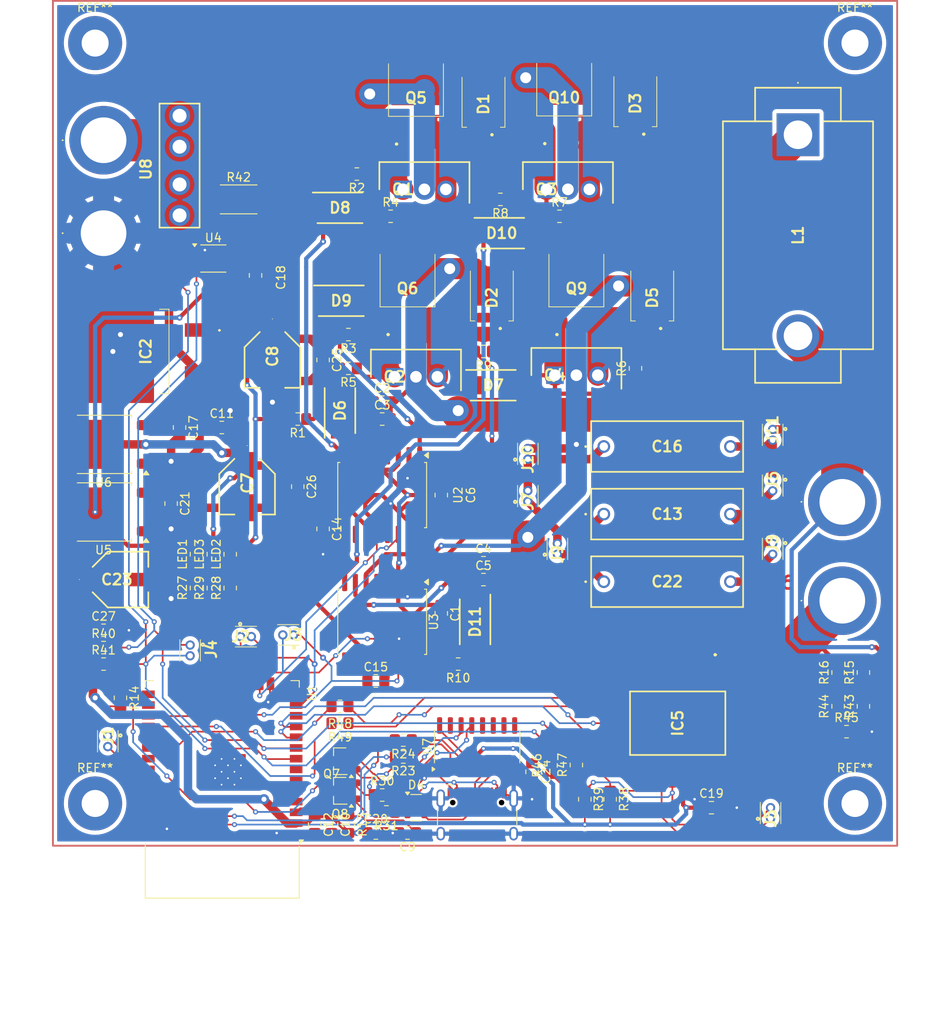
<source format=kicad_pcb>
(kicad_pcb (version 20240108) (generator "pcbnew") (generator_version "8.0")
  (layers (0 "F.Cu" signal) (31 "B.Cu" signal) (34 "B.Paste" user) (35 "F.Paste" user) (36 "B.SilkS" user "B.Silkscreen") (37 "F.SilkS" user "F.Silkscreen") (38 "B.Mask" user) (39 "F.Mask" user) (44 "Edge.Cuts" user))
  (net 0 "")
  (net 1 "+12V")
  (net 2 "GND")
  (net 3 "Out+")
  (net 4 "Net-(D6-K)")
  (net 5 "Net-(D11-K)")
  (net 6 "+5V")
  (net 7 "EN")
  (net 8 "+3.3V")
  (net 9 "SI1")
  (net 10 "SO1")
  (net 11 "/USB_Connector/D+")
  (net 12 "VUSB(5V)")
  (net 13 "/USB_Connector/D-")
  (net 14 "Net-(D6-A)")
  (net 15 "Net-(D7-K)")
  (net 16 "Net-(D7-A)")
  (net 17 "Net-(D8-K)")
  (net 18 "Net-(D8-A)")
  (net 19 "Net-(D9-A)")
  (net 20 "Net-(D9-K)")
  (net 21 "Net-(D10-A)")
  (net 22 "Net-(D10-K)")
  (net 23 "Net-(D11-A)")
  (net 24 "SI2")
  (net 25 "SDA2")
  (net 26 "SCL2")
  (net 27 "DIO_0")
  (net 28 "Net-(IC5-VINP)")
  (net 29 "DIO_1")
  (net 30 "TX0")
  (net 31 "RX0")
  (net 32 "SDA1")
  (net 33 "SCL1")
  (net 34 "Net-(LED1-K)")
  (net 35 "Net-(LED2-K)")
  (net 36 "Net-(LED3-K)")
  (net 39 "Net-(Q7-E)")
  (net 40 "Net-(Q7-B)")
  (net 41 "Net-(Q8-E)")
  (net 42 "Net-(Q8-B)")
  (net 43 "Io0")
  (net 44 "Net-(R15-Pad1)")
  (net 45 "Net-(R16-Pad1)")
  (net 46 "TX")
  (net 47 "RX")
  (net 48 "SCL2MC")
  (net 49 "SDA2MC")
  (net 50 "Net-(TP1-Pad1)")
  (net 53 "LIN2")
  (net 54 "HIN1")
  (net 61 "U0RTS")
  (net 64 "HIN2")
  (net 68 "LIN1")
  (net 74 "U0CTS")
  (net 93 "Cout-")
  (net 94 "Net-(C16-Pad2)")
  (net 95 "Net-(C16-Pad1)")
  (net 96 "Net-(C22-Pad1)")
  (net 97 "Net-(C22-Pad2)")
  (net 98 "Cout+")
  (net 99 "Net-(C13-Pad2)")
  (net 100 "Net-(C13-Pad1)")
  (footprint "SamacSys_Parts:3544-2" (layer "F.Cu") (at 65 69 90)
    (property "Reference" "U8")
    (property "Value" "3544-2" (hide yes))
  )
  (footprint "Resistor_SMD:R_0805_2012Metric_Pad1.20x1.40mm_HandSolder" (layer "F.Cu") (at 101 116)
    (property "Reference" "C4")
    (property "Value" "220 nF")
  )
  (footprint "Package_SO:VSSOP-10_3x3mm_P0.5mm" (layer "F.Cu") (at 69 80)
    (property "Reference" "U4")
    (property "Value" "INA228")
  )
  (footprint "Resistor_SMD:R_0805_2012Metric_Pad1.20x1.40mm_HandSolder" (layer "F.Cu") (at 113 144 -90)
    (property "Reference" "R39")
    (property "Value" "10k")
  )
  (footprint "Resistor_SMD:R_0805_2012Metric_Pad1.20x1.40mm_HandSolder" (layer "F.Cu") (at 96 108 -90)
    (property "Reference" "C6")
    (property "Value" "2.2 uF")
  )
  (footprint "Resistor_SMD:R_0805_2012Metric_Pad1.20x1.40mm_HandSolder" (layer "F.Cu") (at 83 147 -90)
    (property "Reference" "C10")
    (property "Value" "100 nF")
  )
  (footprint "Resistor_SMD:R_0805_2012Metric_Pad1.20x1.40mm_HandSolder" (layer "F.Cu") (at 84 133 180)
    (property "Reference" "R48")
    (property "Value" "0" (hide yes))
  )
  (footprint "SamacSys_Parts:TMS-102-YY-XX-S" (layer "F.Cu") (at 106.25 103.75 90)
    (property "Reference" "J10")
    (property "Value" "TMS-102-21-G-S" (hide yes))
  )
  (footprint "SamacSys_Parts:TMS-102-YY-XX-S" (layer "F.Cu") (at 135.25 100.23 -90)
    (property "Reference" "J11")
    (property "Value" "TMS-102-21-G-S" (hide yes))
  )
  (footprint "SamacSys_Parts:5754" (layer "F.Cu") (at 143.5 120.5)
    (property "Reference" "TP4")
    (property "Value" "575-4" (hide yes))
  )
  (footprint "Resistor_SMD:R_0805_2012Metric_Pad1.20x1.40mm_HandSolder" (layer "F.Cu") (at 85 93 180)
    (property "Reference" "R5")
    (property "Value" "10k")
  )
  (footprint "Resistor_SMD:R_0805_2012Metric_Pad1.20x1.40mm_HandSolder" (layer "F.Cu") (at 116 144 -90)
    (property "Reference" "R38")
    (property "Value" "10k")
  )
  (footprint "SamacSys_Parts:ACS37002LMCA050U5" (layer "F.Cu") (at 124 135 -90)
    (property "Reference" "IC5")
    (property "Value" "ACS37800KMACTR-030B3-I2C" (hide yes))
  )
  (footprint "Resistor_SMD:R_0805_2012Metric_Pad1.20x1.40mm_HandSolder" (layer "F.Cu") (at 56 126.05)
    (property "Reference" "R40")
    (property "Value" "10k")
  )
  (footprint "Resistor_SMD:R_0805_2012Metric_Pad1.20x1.40mm_HandSolder" (layer "F.Cu") (at 56 128)
    (property "Reference" "R41")
    (property "Value" "10k")
  )
  (footprint "SamacSys_Parts:TMS-102-YY-XX-S" (layer "F.Cu") (at 135 146.27 90)
    (property "Reference" "J5")
    (property "Value" "TMS-102-21-G-S" (hide yes))
  )
  (footprint "Resistor_SMD:R_0805_2012Metric_Pad1.20x1.40mm_HandSolder" (layer "F.Cu") (at 146 129 90)
    (property "Reference" "R15")
    (property "Value" "1M")
  )
  (footprint "Resistor_SMD:R_0805_2012Metric_Pad1.20x1.40mm_HandSolder" (layer "F.Cu") (at 65 100 -90)
    (property "Reference" "C17")
    (property "Value" "1µF")
  )
  (footprint "SamacSys_Parts:IPD90N10S4L06ATMA1" (layer "F.Cu") (at 93 55.45)
    (property "Reference" "Q5")
    (property "Value" "IPD90N10S4L06ATMA1" (hide yes))
  )
  (footprint "MountingHole:MountingHole_3.2mm_M3_Pad" (layer "F.Cu") (at 145 144.5)
    (property "Reference" "REF**")
    (property "Value" "MountingHole_3.2mm_M3_Pad")
  )
  (footprint "Resistor_SMD:R_0805_2012Metric_Pad1.20x1.40mm_HandSolder" (layer "F.Cu") (at 81 147 -90)
    (property "Reference" "C12")
    (property "Value" "1 µF")
  )
  (footprint "Connector_USB:USB_C_Receptacle_HCTL_HC-TYPE-C-16P-01A" (layer "F.Cu") (at 100.25 147)
    (property "Reference" "P1" (hide yes))
    (property "Value" "USB_C_Plug_USB2.0")
  )
  (footprint "Resistor_SMD:R_0805_2012Metric_Pad1.20x1.40mm_HandSolder" (layer "F.Cu") (at 103 73 180)
    (property "Reference" "R8")
    (property "Value" "10")
  )
  (footprint "Resistor_SMD:R_0805_2012Metric_Pad1.20x1.40mm_HandSolder" (layer "F.Cu") (at 89 99)
    (property "Reference" "C3")
    (property "Value" "22 nF")
  )
  (footprint "MountingHole:MountingHole_3.2mm_M3_Pad" (layer "F.Cu") (at 145 54.5)
    (property "Reference" "REF**")
    (property "Value" "MountingHole_3.2mm_M3_Pad")
  )
  (footprint "Resistor_SMD:R_0805_2012Metric_Pad1.20x1.40mm_HandSolder" (layer "F.Cu") (at 85 89 180)
    (property "Reference" "R3")
    (property "Value" "10")
  )
  (footprint "Resistor_SMD:R_0805_2012Metric_Pad1.20x1.40mm_HandSolder" (layer "F.Cu") (at 79 107 -90)
    (property "Reference" "C26")
    (property "Value" "1µF")
  )
  (footprint "Resistor_SMD:R_0805_2012Metric_Pad1.20x1.40mm_HandSolder" (layer "F.Cu") (at 82 112 -90)
    (property "Reference" "C14")
    (property "Value" "220nF")
  )
  (footprint "SamacSys_Parts:TMS-102-YY-XX-S" (layer "F.Cu") (at 135.25 106.23 -90)
    (property "Reference" "J6")
    (property "Value" "TMS-102-21-G-S" (hide yes))
  )
  (footprint "Resistor_SMD:R_0805_2012Metric_Pad1.20x1.40mm_HandSolder" (layer "F.Cu") (at 119 93 90)
    (property "Reference" "R6")
    (property "Value" "10k")
  )
  (footprint "MountingHole:MountingHole_3.2mm_M3_Pad" (layer "F.Cu") (at 55 144.5)
    (property "Reference" "REF**")
    (property "Value" "MountingHole_3.2mm_M3_Pad")
  )
  (footprint "SamacSys_Parts:IH15BQ5R0K" (layer "F.Cu") (at 138.25 65.35 -90)
    (property "Reference" "L1")
    (property "Value" "IH15BQ5R0K" (hide yes))
  )
  (footprint "Resistor_SMD:R_0805_2012Metric_Pad1.20x1.40mm_HandSolder" (layer "F.Cu") (at 90 75)
    (property "Reference" "R4")
    (property "Value" "10k")
  )
  (footprint "Resistor_SMD:R_0805_2012Metric_Pad1.20x1.40mm_HandSolder" (layer "F.Cu") (at 74 82 90)
    (property "Reference" "C18")
    (property "Value" "100 nF")
  )
  (footprint "Resistor_SMD:R_0805_2012Metric_Pad1.20x1.40mm_HandSolder" (layer "F.Cu") (at 109 140 90)
    (property "Reference" "R46")
    (property "Value" "0")
  )
  (footprint "Package_SO:SOIC-16W_7.5x10.3mm_P1.27mm" (layer "F.Cu") (at 89 108 -90)
    (property "Reference" "U2")
    (property "Value" "IR2110S")
  )
  (footprint "SamacSys_Parts:TO254P483X1016X1994-3P" (layer "F.Cu") (at 91.46 71.81)
    (property "Reference" "Q1")
    (property "Value" "IRLB4030PBF" (hide yes))
  )
  (footprint "Resistor_SMD:R_0805_2012Metric_Pad1.20x1.40mm_HandSolder" (layer "F.Cu") (at 89 143.5)
    (property "Reference" "R30")
    (property "Value" "10k")
  )
  (footprint "Resistor_SMD:R_0805_2012Metric_Pad1.20x1.40mm_HandSolder" (layer "F.Cu") (at 70 100)
    (property "Reference" "C11")
    (property "Value" "1µF")
  )
  (footprint "Resistor_SMD:R_0805_2012Metric_Pad1.20x1.40mm_HandSolder" (layer "F.Cu") (at 88.25 130)
    (property "Reference" "C15")
    (property "Value" "220nF")
  )
  (footprint "Resistor_SMD:R_0805_2012Metric_Pad1.20x1.40mm_HandSolder" (layer "F.Cu") (at 86 70 180)
    (property "Reference" "R2")
    (property "Value" "10")
  )
  (footprint "SamacSys_Parts:EEE1AA101SP" (layer "F.Cu") (at 73 107 -90)
    (property "Reference" "C7")
    (property "Value" "100uF" (hide yes))
  )
  (footprint "SamacSys_Parts:MKS4C042204C00KSSD" (layer "F.Cu") (at 115.25 102.25)
    (property "Reference" "C16")
    (property "Value" "MKS4C042204C00KSSD" (hide yes))
  )
  (footprint "Resistor_SMD:R_0805_2012Metric_Pad1.20x1.40mm_HandSolder" (layer "F.Cu") (at 110 75)
    (property "Reference" "R7")
    (property "Value" "10k")
  )
  (footprint "SamacSys_Parts:TMS-102-YY-XX-S" (layer "F.Cu") (at 106.25 108.75 90)
    (property "Reference" "J7")
    (property "Value" "TMS-102-21-G-S" (hide yes))
  )
  (footprint "Resistor_SMD:R_0805_2012Metric_Pad1.20x1.40mm_HandSolder" (layer "F.Cu") (at 58 132 -90)
    (property "Reference" "R14")
    (property "Value" "5k")
  )
  (footprint "Resistor_SMD:R_0805_2012Metric_Pad1.20x1.40mm_HandSolder" (layer "F.Cu") (at 82 92 -90)
    (property "Reference" "C25")
    (property "Value" "1µF")
  )
  (footprint "SamacSys_Parts:TO254P483X1016X1994-3P" (layer "F.Cu") (at 108.46 71.81)
    (property "Reference" "Q3")
    (property "Value" "IRLB4030PBF" (hide yes))
  )
  (footprint "RF_Module:ESP32-WROOM-32" (layer "F.Cu") (at 70.0575 139.84 180)
    (property "Reference" "U1")
    (property "Value" "ESP32-WROOM-32")
  )
  (footprint "Resistor_SMD:R_0805_2012Metric_Pad1.20x1.40mm_HandSolder" (layer "F.Cu") (at 88.25 148)
    (property "Reference" "C20")
    (property "Value" "4.7 µF")
  )
  (footprint "SamacSys_Parts:TMS-102-YY-XX-S" (layer "F.Cu") (at 109.75 115 90)
    (property "Reference" "J9")
    (property "Value" "TMS-102-21-G-S" (hide yes))
  )
  (footprint "Resistor_SMD:R_0805_2012Metric_Pad1.20x1.40mm_HandSolder" (layer "F.Cu") (at 112 139.95 90)
    (property "Reference" "R47")
    (property "Value" "0")
  )
  (footprint "SamacSys_Parts:DIOM5336X265N" (layer "F.Cu") (at 103.15 77)
    (property "Reference" "D10")
    (property "Value" "S210" (hide yes))
  )
  (footprint "SamacSys_Parts:FSV2060L" (layer "F.Cu") (at 101 62 -90)
    (property "Reference" "D1")
    (property "Value" "FSV2060L" (hide yes))
  )
  (footprint "SamacSys_Parts:FSV2060L" (layer "F.Cu") (at 118.985 61.93 -90)
    (property "Reference" "D3")
    (property "Value" "FSV2060L" (hide yes))
  )
  (footprint "Package_SO:SOIC-16_3.9x9.9mm_P1.27mm" (layer "F.Cu") (at 100.25 137.745 90)
    (property "Reference" "U7")
    (property "Value" "CH340C")
  )
  (footprint "Package_TO_SOT_SMD:SOT-23_Handsoldering" (layer "F.Cu") (at 84 143 180)
    (property "Reference" "Q8")
    (property "Value" "BC817")
  )
  (footprint "SamacSys_Parts:TO254P483X1016X1994-3P" (layer "F.Cu") (at 90.46 94)
    (property "Reference" "Q2")
    (property "Value" "IRLB4030PBF" (hide yes))
  )
  (footprint "Resistor_SMD:R_0805_2012Metric_Pad1.20x1.40mm_HandSolder" (layer "F.Cu") (at 71 115 90)
    (property "Reference" "LED2")
    (property "Value" "TLMG1100-GS15-2")
  )
  (footprint "SamacSys_Parts:L7812ABD2TTR" (layer "F.Cu") (at 67.375 91 90)
    (property "Reference" "IC2")
    (property "Value" "L7812ABD2T-TR" (hide yes))
  )
  (footprint "Package_TO_SOT_SMD:TO-252-2" (layer "F.Cu") (at 56 110 180)
    (property "Reference" "U5")
    (property "Value" "LD1086DT33TR")
  )
  (footprint "Resistor_SMD:R_0805_2012Metric_Pad1.20x1.40mm_HandSolder" (layer "F.Cu") (at 69 119 90)
    (property "Reference" "R29")
    (property "Value" "330")
  )
  (footprint "SamacSys_Parts:TMS-102-YY-XX-S" (layer "F.Cu") (at 66.25 125.75 -90)
    (property "Reference" "J4")
    (property "Value" "TMS-102-21-G-S" (hide yes))
  )
  (footprint "Resistor_SMD:R_0805_2012Metric_Pad1.20x1.40mm_HandSolder" (layer "F.Cu") (at 71 119 90)
    (property "Reference" "R28")
    (property "Value" "1k")
  )
  (footprint "SamacSys_Parts:IPD90N10S4L06ATMA1" (layer "F.Cu") (at 112 78)
    (property "Reference" "Q9")
    (property "Value" "IPD90N10S4L06ATMA1" (hide yes))
  )
  (footprint "Resistor_SMD:R_0805_2012Metric_Pad1.20x1.40mm_HandSolder" (layer "F.Cu") (at 67 119 90)
    (property "Reference" "R27")
    (property "Value" "100")
  )
  (footprint "Package_TO_SOT_SMD:SOT-23_Handsoldering" (layer "F.Cu") (at 84 139.5 180)
    (property "Reference" "Q7")
    (property "Value" "BC817")
  )
  (footprint "SamacSys_Parts:TO254P483X1016X1994-3P" (layer "F.Cu") (at 109.46 93.81)
    (property "Reference" "Q4")
    (property "Value" "IRLB4030PBF" (hide yes))
  )
  (footprint "Resistor_SMD:R_0805_2012Metric_Pad1.20x1.40mm_HandSolder" (layer "F.Cu") (at 143 129 90)
    (property "Reference" "R16")
    (property "Value" "1M")
  )
  (footprint "Resistor_SMD:R_0805_2012Metric_Pad1.20x1.40mm_HandSolder" (layer "F.Cu") (at 69 115 90)
    (property "Reference" "LED3")
    (property "Value" "TLMG1100-GS15-3")
  )
  (footprint "Package_SO:SOIC-16W_7.5x10.3mm_P1.27mm" (layer "F.Cu") (at 89 123 -90)
    (property "Reference" "U3")
    (property "Value" "IR2110S")
  )
  (footprint "SamacSys_Parts:TMS-102-YY-XX-S" (layer "F.Cu") (at 56.5 136.5 -90)
    (property "Reference" "J1")
    (property "Value" "TMS-102-21-G-S" (hide yes))
  )
  (footprint "SamacSys_Parts:DIOM5336X265N" (layer "F.Cu") (at 102.15 95)
    (property "Reference" "D7")
    (property "Value" "S210" (hide yes))
  )
  (footprint "Resistor_SMD:R_0805_2012Metric_Pad1.20x1.40mm_HandSolder" (layer "F.Cu") (at 101 91 180)
    (property "Reference" "R9")
    (property "Value" "10")
  )
  (footprint "Resistor_SMD:R_0805_2012Metric_Pad1.20x1.40mm_HandSolder" (layer "F.Cu") (at 98 128 180)
    (property "Reference" "R10")
    (property "Value" "2.2")
  )
  (footprint "Resistor_SMD:R_0805_2012Metric_Pad1.20x1.40mm_HandSolder" (layer "F.Cu") (at 92 148 180)
    (property "Reference" "C9")
    (property "Value" "100 nF")
  )
  (footprint "MountingHole:MountingHole_3.2mm_M3_Pad" (layer "F.Cu") (at 55 54.5)
    (property "Reference" "REF**")
    (property "Value" "MountingHole_3.2mm_M3_Pad")
  )
  (footprint "SamacSys_Parts:5754" (layer "F.Cu") (at 56 66)
    (property "Reference" "TP1")
    (property "Value" "575-4" (hide yes))
  )
  (footprint "Resistor_SMD:R_0805_2012Metric_Pad1.20x1.40mm_HandSolder" (layer "F.Cu") (at 56 124)
    (property "Reference" "C27")
    (property "Value" "1µF")
  )
  (footprint "SamacSys_Parts:FSV2060L" (layer "F.Cu") (at 101.985 84.93 -90)
    (property "Reference" "D2")
    (property "Value" "FSV2060L" (hide yes))
  )
  (footprint "Resistor_SMD:R_0805_2012Metric_Pad1.20x1.40mm_HandSolder" (layer "F.Cu") (at 96 122 -90)
    (property "Reference" "C1")
    (property "Value" "2.2 uF")
  )
  (footprint "SamacSys_Parts:TMS-102-YY-XX-S" (layer "F.Cu") (at 72.23 124.75)
    (property "Reference" "J2")
    (property "Value" "TMS-102-21-G-S" (hide yes))
  )
  (footprint "Package_TO_SOT_SMD:TO-252-2" (layer "F.Cu") (at 56 102 180)
    (property "Reference" "U6")
    (property "Value" "LD1086DT50TR")
  )
  (footprint "Resistor_SMD:R_0805_2012Metric_Pad1.20x1.40mm_HandSolder" (layer "F.Cu") (at 89.5 145.5 180)
    (property "Reference" "R31")
    (property "Value" "10k")
  )
  (footprint "Capacitor_SMD:C_0805_2012Metric" (layer "F.Cu") (at 128 145)
    (property "Reference" "C19")
    (property "Value" "100 nF")
  )
  (footprint "SamacSys_Parts:IPD90N10S4L06ATMA1" (layer "F.Cu") (at 110.56 55.4)
    (property "Reference" "Q10")
    (property "Value" "IPD90N10S4L06ATMA1" (hide yes))
  )
  (footprint "Resistor_SMD:R_0805_2012Metric_Pad1.20x1.40mm_HandSolder" (layer "F.Cu") (at 106.75 140.75 -90)
    (property "Reference" "C24")
    (property "Value" "100 nF")
  )
  (footprint "Resistor_SMD:R_0805_2012Metric_Pad1.20x1.40mm_HandSolder" (layer "F.Cu") (at 89 97)
    (property "Reference" "C2")
    (property "Value" "220 nF")
  )
  (footprint "SamacSys_Parts:EEE1AA101SP" (layer "F.Cu") (at 76 92 -90)
    (property "Reference" "C8")
    (property "Value" "100uF" (hide yes))
  )
  (footprint "SamacSys_Parts:EEE1AA101SP" (layer "F.Cu") (at 58 118)
    (property "Reference" "C23")
    (property "Value" "100uF" (hide yes))
  )
  (footprint "Resistor_SMD:R_0805_2012Metric_Pad1.20x1.40mm_HandSolder" (layer "F.Cu") (at 143 133 90)
    (property "Reference" "R44")
    (property "Value" "1M")
  )
  (footprint "SamacSys_Parts:TMS-102-YY-XX-S" (layer "F.Cu") (at 135.25 113.73 -90)
    (property "Reference" "J8")
    (property "Value" "TMS-102-21-G-S" (hide yes))
  )
  (footprint "Resistor_SMD:R_0805_2012Metric_Pad1.20x1.40mm_HandSolder" (layer "F.Cu") (at 67 115 90)
    (property "Reference" "LED1")
    (property "Value" "TLMG1100-GS15-1")
  )
  (footprint "SamacSys_Parts:5754" (layer "F.Cu") (at 143.5 108.8)
    (property "Reference" "TP3")
    (property "Value" "575-4" (hide yes))
  )
  (footprint "Resistor_SMD:R_0805_2012Metric_Pad1.20x1.40mm_HandSolder" (layer "F.Cu") (at 91.5 137 180)
    (property "Reference" "R24")
    (property "Value" "0")
  )
  (footprint "Resistor_SMD:R_0805_2012Metric_Pad1.20x1.40mm_HandSolder" (layer "F.Cu") (at 85 147 -90)
    (property "Reference" "R13")
    (property "Value" "12k")
  )
  (footprint "SamacSys_Parts:DIOM5336X265N" (layer "F.Cu") (at 84 98 90)
    (property "Reference" "D6")
    (property "Value" "S210" (hide yes))
  )
  (footprint "SamacSys_Parts:IPD90N10S4L06ATMA1" (layer "F.Cu") (at 92 78)
    (property "Reference" "Q6")
    (property "Value" "IPD90N10S4L06ATMA1" (hide yes))
  )
  (footprint "SamacSys_Parts:5754" (layer "F.Cu") (at 56 77)
    (property "Reference" "TP2")
    (property "Value" "575-4" (hide yes))
  )
  (footprint "Resistor_SMD:R_0805_2012Metric_Pad1.20x1.40mm_HandSolder" (layer "F.Cu") (at 84 135 180)
    (property "Reference" "R49")
    (property "Value" "0")
  )
  (footprint "Resistor_SMD:R_0805_2012Metric_Pad1.20x1.40mm_HandSolder" (layer "F.Cu") (at 101 118)
    (property "Reference" "C5")
    (property "Value" "22 nF")
  )
  (footprint "SamacSys_Parts:MKS4C042204C00KSSD" (layer "F.Cu") (at 115.25 118.25)
    (property "Reference" "C22")
    (property "Value" "MKS4C042204C00KSSD" (hide yes))
  )
  (footprint "SamacSys_Parts:MKS4C042204C00KSSD" (layer "F.Cu") (at 115.25 110.25)
    (property "Reference" "C13")
    (property "Value" "MKS4C042204C00KSSD" (hide yes))
  )
  (footprint "Resistor_SMD:R_2512_6332Metric_Pad1.40x3.35mm_HandSolder" (layer "F.Cu") (at 72 73)
    (property "Reference" "R42")
    (property "Value" "GMR100HTBFER015")
  )
  (footprint "Resistor_SMD:R_0805_2012Metric_Pad1.20x1.40mm_HandSolder" (layer "F.Cu") (at 79 99 180)
    (property "Reference" "R1")
    (property "Value" "2.2")
  )
  (footprint "SamacSys_Parts:DIOM5336X265N" (layer "F.Cu") (at 84 74)
    (property "Reference" "D8")
    (property "Value" "S210" (hide yes))
  )
  (footprint "Resistor_SMD:R_0805_2012Metric_Pad1.20x1.40mm_HandSolder" (layer "F.Cu") (at 146 133 90)
    (property "Reference" "R43")
    (property "Value" "1M")
  )
  (footprint "SamacSys_Parts:TMS-102-YY-XX-S" (layer "F.Cu") (at 78.5 124.55 180)
    (property "Reference" "J3")
    (property "Value" "TMS-102-21-G-S" (hide yes))
  )
  (footprint "SamacSys_Parts:DIOM5336X265N" (layer "F.Cu") (at 100 123 -90)
    (property "Reference" "D11")
    (property "Value" "S210" (hide yes))
  )
  (footprint "SamacSys_Parts:FSV2060L" (layer "F.Cu") (at 120.985 84.93 -90)
    (property "Reference" "D5")
    (property "Value" "FSV2060L" (hide yes))
  )
  (footprint "Resistor_SMD:R_0805_2012Metric_Pad1.20x1.40mm_HandSolder" (layer "F.Cu") (at 144 136)
    (property "Reference" "R45")
    (property "Value" "40k")
  )
  (footprint "Resistor_SMD:R_0805_2012Metric_Pad1.20x1.40mm_HandSolder" (layer "F.Cu") (at 91.5 139 180)
    (property "Reference" "R23")
    (property "Value" "0")
  )
  (footprint "Resistor_SMD:R_0805_2012Metric_Pad1.20x1.40mm_HandSolder" (layer "F.Cu") (at 64 109 -90)
    (property "Reference" "C21")
    (property "Value" "1µF")
  )
  (footprint "SamacSys_Parts:DIOM5336X265N" (layer "F.Cu") (at 84.15 85)
    (property "Reference" "D9")
    (property "Value" "S210" (hide yes))
  )
  (footprint "Package_TO_SOT_SMD:SOT-143" (layer "F.Cu") (at 93 145)
    (property "Reference" "D4")
    (property "Value" "SP0503BAHT")
  )
  (gr_rect (start 50 49.5) (end 150 149.5) (stroke (width 0.2)) (fill none) (layer "F.Cu") (net 7))
  (gr_line (start 50 49.5) (end 150 49.5) (stroke (width 0.05)) (layer "Edge.Cuts"))
  (gr_line (start 150 149.5) (end 50 149.5) (stroke (width 0.05)) (layer "Edge.Cuts"))
  (gr_line (start 150 49.5) (end 150 149.5) (stroke (width 0.05)) (layer "Edge.Cuts"))
  (gr_line (start 50 149.5) (end 50 49.5) (stroke (width 0.05)) (layer "Edge.Cuts"))
  (gr_text "3,3V" (at 65 123 0) (layer "F.Cu") (effects (font (size 1 0.8) (thickness 0.2) (bold yes)) (justify left bottom)))
  (gr_text "4.4" (at 133.75 111.5 0) (layer "F.Cu") (effects (font (size 1.5 1.5) (thickness 0.3) (bold yes)) (justify left bottom)))
  (gr_text "5V" (at 68 123 0) (layer "F.Cu") (effects (font (size 1 0.8) (thickness 0.2) (bold yes)) (justify left bottom)))
  (gr_text "2.2" (at 133.5 98 0) (layer "F.Cu") (effects (font (size 1.5 1.5) (thickness 0.3) (bold yes)) (justify left bottom)))
  (gr_text "1-bi\n0-uni" (at 74.25 122 0) (layer "F.Cu") (effects (font (size 1 1)) (justify left bottom)))
  (gr_text "0-6.6µF" (at 118.75 124.5 0) (layer "F.Cu") (effects (font (size 1.5 1.5) (thickness 0.3) (bold yes)) (justify left bottom)))
  (gr_text "12V" (at 70 123 0) (layer "F.Cu") (effects (font (size 1 0.8) (thickness 0.2) (bold yes)) (justify left bottom)))
  (gr_text "TX0" (at 52 139 0) (layer "F.Cu") (effects (font (size 1 1) (thickness 0.2) (bold yes)) (justify left bottom)))
  (gr_text "RX0" (at 52 137 0) (layer "F.Cu") (effects (font (size 1 1) (thickness 0.2) (bold yes)) (justify left bottom)))
  (gr_text "6.6" (at 134 119.25 0) (layer "F.Cu") (effects (font (size 1.5 1.5) (thickness 0.3) (bold yes)) (justify left bottom)))
  (via (at 145 144.5) (size 0.7) (drill 0.3) (layers "F.Cu" "B.Cu") (net 0))
  (segment (start 93 108) (end 92 108) (width 0.5) (layer "F.Cu") (net 1))
  (segment (start 73 92.5) (end 76 89.5) (width 0.5) (layer "F.Cu") (net 1))
  (segment (start 97.15 127.85) (end 97 128) (width 0.5) (layer "F.Cu") (net 1))
  (segment (start 94 107) (end 93 108) (width 0.5) (layer "F.Cu") (net 1))
  (segment (start 92 108) (end 89 105) (width 0.5) (layer "F.Cu") (net 1))
  (segment (start 84 105) (end 89 105) (width 0.5) (layer "F.Cu") (net 1))
  (segment (start 94 121) (end 93 122) (width 0.5) (layer "F.Cu") (net 1))
  (segment (start 73 95) (end 73 92.5) (width 0.5) (layer "F.Cu") (net 1))
  (segment (start 96 121) (end 94 121) (width 0.5) (layer "F.Cu") (net 1))
  (segment (start 90.279999 105) (end 90.905 104.374999) (width 0.5) (layer "F.Cu") (net 1))
  (segment (start 78 99) (end 74 99) (width 0.5) (layer "F.Cu") (net 1))
  (segment (start 90.905 104.374999) (end 90.905 103.35) (width 0.5) (layer "F.Cu") (net 1))
  (segment (start 92 122) (end 90.905 120.905) (width 0.5) (layer "F.Cu") (net 1))
  (segment (start 90.905 118.35) (end 90.905 116.095) (width 0.5) (layer "F.Cu") (net 1))
  (segment (start 97.15 122.15) (end 97.15 127.85) (width 0.5) (layer "F.Cu") (net 1))
  (segment (start 74.96 88.46) (end 76 89.5) (width 1) (layer "F.Cu") (net 1))
  (segment (start 96 107) (end 94 107) (width 0.5) (layer "F.Cu") (net 1))
  (segment (start 67.375 88.46) (end 74.96 88.46) (width 1) (layer "F.Cu") (net 1))
  (segment (start 90.905 116.095) (end 91 116) (width 0.5) (layer "F.Cu") (net 1))
  (segment (start 73 114) (end 74 113) (width 0.5) (layer "F.Cu") (net 1))
  (segment (start 93 122) (end 92 122) (width 0.5) (layer "F.Cu") (net 1))
  (segment (start 78 99) (end 84 105) (width 0.5) (layer "F.Cu") (net 1))
  (segment (start 96 121) (end 97.15 122.15) (width 0.5) (layer "F.Cu") (net 1))
  (segment (start 90.905 120.905) (end 90.905 118.35) (width 0.5) (layer "F.Cu") (net 1))
  (segment (start 76 89.5) (end 80.5 89.5) (width 1) (layer "F.Cu") (net 1))
  (segment (start 89 105) (end 90.279999 105) (width 0.5) (layer "F.Cu") (net 1))
  (segment (start 80.5 89.5) (end 82 91) (width 1) (layer "F.Cu") (net 1))
  (segment (start 71 114) (end 73 114) (width 0.5) (layer "F.Cu") (net 1))
  (via (at 92 108) (size 0.7) (drill 0.3) (layers "F.Cu" "B.Cu") (net 1))
  (via (at 74 99) (size 0.7) (drill 0.3) (layers "F.Cu" "B.Cu") (net 1))
  (via (at 73 95) (size 0.7) (drill 0.3) (layers "F.Cu" "B.Cu") (net 1))
  (via (at 73 95) (size 0.7) (drill 0.3) (layers "F.Cu" "B.Cu") (net 1))
  (via (at 74 113) (size 0.7) (drill 0.3) (layers "F.Cu" "B.Cu") (net 1))
  (via (at 91 116) (size 0.7) (drill 0.3) (layers "F.Cu" "B.Cu") (net 1))
  (segment (start 74 96) (end 73 95) (width 0.5) (layer "B.Cu") (net 1))
  (segment (start 91 109) (end 92 108) (width 0.5) (layer "B.Cu") (net 1))
  (segment (start 74 113) (end 74 96) (width 0.5) (layer "B.Cu") (net 1))
  (segment (start 91 116) (end 91 109) (width 0.5) (layer "B.Cu") (net 1))
  (segment (start 114.54 87.76) (end 114.54 93.81) (width 2.5) (layer "F.Cu") (net 2))
  (segment (start 69.5 80.5) (end 68 79) (width 0.2) (layer "F.Cu") (net 2))
  (segment (start 61.04 104.28) (end 63.72 104.28) (width 1) (layer "F.Cu") (net 2))
  (segment (start 89.635 127.65) (end 89.635 126.365) (width 0.5) (layer "F.Cu") (net 2))
  (segment (start 71 100) (end 71 98) (width 1) (layer "F.Cu") (net 2))
  (segment (start 92 144.25) (end 92 143.5) (width 0.2) (layer "F.Cu") (net 2))
  (segment (start 78.75 148.135) (end 80.865 148.135) (width 0.5) (layer "F.Cu") (net 2))
  (segment (start 96 123) (end 93 123) (width 0.5) (layer "F.Cu") (net 2))
  (segment (start 126 144) (end 127.175 142.825) (width 0.5) (layer "F.Cu") (net 2))
  (segment (start 88 111) (end 87 110) (width 0.5) (layer "F.Cu") (net 2))
  (segment (start 94.2 141.3) (end 94 141.5) (width 0.2) (layer "F.Cu") (net 2))
  (segment (start 93 123) (end 92 124) (width 0.5) (layer "F.Cu") (net 2))
  (segment (start 71.2 80.5) (end 73.5 80.5) (width 0.2) (layer "F.Cu") (net 2))
  (segment (start 91 110) (end 92.175 111.175) (width 0.5) (layer "F.Cu") (net 2))
  (segment (start 87 110) (end 87 109) (width 0.5) (layer "F.Cu") (net 2))
  (segment (start 87 109) (end 88 108) (width 0.5) (layer "F.Cu") (net 2))
  (segment (start 67 120) (end 69 120) (width 0.5) (layer "F.Cu") (net 2))
  (segment (start 119 92) (end 119 89) (width 0.5) (layer "F.Cu") (net 2))
  (segment (start 94.28 87.5) (end 95.54 88.76) (width 2.5) (layer "F.Cu") (net 2))
  (segment (start 57.1 89.9) (end 58 89) (width 1) (layer "F.Cu") (net 2))
  (segment (start 95.805 141.3) (end 94.2 141.3) (width 0.2) (layer "F.Cu") (net 2))
  (segment (start 90.25 148) (end 91 148) (width 0.2) (layer "F.Cu") (net 2))
  (segment (start 145 136) (end 147 136) (width 0.2) (layer "F.Cu") (net 2))
  (segment (start 77.5 109.5) (end 79 108) (width 1) (layer "F.Cu") (net 2))
  (segment (start 103.93 143.5) (end 104.57 144.14) (width 0.2) (layer "F.Cu") (net 2))
  (segment (start 64 102) (end 65 101) (width 1) (layer "F.Cu") (net 2))
  (segment (start 83 148) (end 81 148) (width 0.5) (layer "F.Cu") (net 2))
  (segment (start 92.175 105.825) (end 92 106) (width 0.5) (layer "F.Cu") (net 2))
  (segment (start 57.1 91) (end 57.1 89.9) (width 1) (layer "F.Cu") (net 2))
  (segment (start 84 93) (end 82 93) (width 0.5) (layer "F.Cu") (net 2))
  (segment (start 62.865 148.135) (end 63.5 147.5) (width 0.2) (layer "F.Cu") (net 2))
  (segment (start 76 94.5) (end 76 97) (width 1) (layer "F.Cu") (net 2))
  (segment (start 114.28 87.5) (end 114.78 87) (width 2.5) (layer "F.Cu") (net 2))
  (segment (start 119 89) (end 117 87) (width 0.5) (layer "F.Cu") (net 2))
  (segment (start 71 120) (end 69 120) (width 0.5) (layer "F.Cu") (net 2))
  (segment (start 125.905 143.905) (end 126 144) (width 0.5) (layer "F.Cu") (net 2))
  (segment (start 66.8 79) (end 68 79) (width 0.5) (layer "F.Cu") (net 2))
  (segment (start 92.175 126.175) (end 91 125) (width 0.5) (layer "F.Cu") (net 2))
  (segment (start 89.635 111.635) (end 89 111) (width 0.5) (layer "F.Cu") (net 2))
  (segment (start 63.72 104.28) (end 64 104) (width 1) (layer "F.Cu") (net 2))
  (segment (start 82 113) (end 82 115) (width 0.5) (layer "F.Cu") (net 2))
  (segment (start 67 110) (end 64 110) (width 1) (layer "F.Cu") (net 2))
  (segment (start 75.71 130.375) (end 75.71 132.29) (width 0.2) (layer "F.Cu") (net 2))
  (segment (start 103.45 143.5) (end 103.93 143.5) (width 0.2) (layer "F.Cu") (net 2))
  (segment (start 61.25 148.135) (end 62.865 148.135) (width 0.2) (layer "F.Cu") (net 2))
  (segment (start 73.5 80.5) (end 74 81) (width 0.2) (layer "F.Cu") (net 2))
  (segment (start 66.8 79) (end 66.8 79.5) (width 0.2) (layer "F.Cu") (net 2))
  (segment (start 61.04 112.28) (end 63.72 112.28) (width 1) (layer "F.Cu") (net 2))
  (segment (start 89.635 129.615) (end 89.25 130) (width 0.5) (layer "F.Cu") (net 2))
  (segment (start 146 135) (end 145 136) (width 0.2) (layer "F.Cu") (net 2))
  (segment (start 61.75 118) (end 60.5 118) (width 1) (layer "F.Cu") (net 2))
  (segment (start 92.175 118.35) (end 92.175 119.825) (width 0.5) (layer "F.Cu") (net 2))
  (segment (start 92 109) (end 91 110) (width 0.5) (layer "F.Cu") (net 2))
  (segment (start 92.175 119.825) (end 92 120) (width 0.5) (layer "F.Cu") (net 2))
  (segment (start 71.2 80.5) (end 69.5 80.5) (width 0.2) (layer "F.Cu") (net 2))
  (segment (start 97.05 143.255) (end 97.05 142.545) (width 0.2) (layer "F.Cu") (net 2))
  (segment (start 95.805 141.3) (end 95.805 140.22) (width 0.2) (layer "F.Cu") (net 2))
  (segment (start 76.635 148.135) (end 76.5 148) (width 0.5) (layer "F.Cu") (net 2))
  (segment (start 95.54 88.76) (end 95.54 94) (width 2.5) (layer "F.Cu") (net 2))
  (segment (start 89.635 112.65) (end 89.635 111.635) (width 0.5) (layer "F.Cu") (net 2))
  (segment (start 94.28 87.5) (end 94.78 87) (width 2.5) (layer "F.Cu") (net 2))
  (segment (start 64 120.25) (end 61.75 118) (width 1) (layer "F.Cu") (net 2))
  (segment (start 80.865 148.135) (end 81 148) (width 0.5) (layer "F.Cu") (net 2))
  (segment (start 64 120.25) (end 64.25 120) (width 0.5) (layer "F.Cu") (net 2))
  (segment (start 97.05 142.545) (end 95.805 141.3) (width 0.2) (layer "F.Cu") (net 2))
  (segment (start 114.78 87) (end 117 87) (width 2.5) (layer "F.Cu") (net 2))
  (segment (start 89 111) (end 88 111) (width 0.5) (layer "F.Cu") (net 2))
  (segment (start 94.78 87) (end 97 87) (width 2.5) (layer "F.Cu") (net 2))
  (segment (start 89 108) (end 90 109) (width 0.5) (layer "F.Cu") (net 2))
  (segment (start 90 109) (end 91 110) (width 0.5) (layer "F.Cu") (net 2))
  (segment (start 89.25 148) (end 90.25 148) (width 0.2) (layer "F.Cu") (net 2))
  (segment (start 57 124) (end 59 124) (width 0.5) (layer "F.Cu") (net 2))
  (segment (start 92.175 103.35) (end 92.175 105.825) (width 0.5) (layer "F.Cu") (net 2))
  (segment (start 128.95 145) (end 131 145) (width 0.5) (layer "F.Cu") (net 2))
  (segment (start 146 134) (end 146 135) (width 0.2) (layer "F.Cu") (net 2))
  (segment (start 76 94.5) (end 80.5 94.5) (width 1) (layer "F.Cu") (net 2))
  (segment (start 96 109) (end 92 109) (width 0.5) (layer "F.Cu") (net 2))
  (segment (start 64 104) (end 64 102) (width 1) (layer "F.Cu") (net 2))
  (segment (start 125.905 140.943) (end 125.905 143.905) (width 0.5) (layer "F.Cu") (net 2))
  (segment (start 78.75 148.135) (end 76.635 148.135) (width 0.5) (layer "F.Cu") (net 2))
  (segment (start 63.72 112.28) (end 64 112) (width 1) (layer "F.Cu") (net 2))
  (segment (start 89.635 126.365) (end 91 125) (width 0.5) (layer "F.Cu") (net 2))
  (segment (start 75.71 132.29) (end 75.5 132.5) (width 0.2) (layer "F.Cu") (net 2))
  (segment (start 101 87) (end 97 87) (width 1) (layer "F.Cu") (net 2))
  (segment (start 106.75 141.75) (end 106.75 144) (width 0.2) (layer "F.Cu") (net 2))
  (segment (start 64 110) (end 64 112) (width 1) (layer "F.Cu") (net 2))
  (segment (start 73 109.5) (end 67.5 109.5) (width 1) (layer "F.Cu") (net 2))
  (segment (start 67.5 109.5) (end 67 110) (width 1) (layer "F.Cu") (net 2))
  (segment (start 92 143.5) (end 94 141.5) (width 0.2) (layer "F.Cu") (net 2))
  (segment (start 127.175 142.825) (end 127.175 140.943) (width 0.5) (layer "F.Cu") (net 2))
  (segment (start 114.28 87.5) (end 114.54 87.76) (width 2.5) (layer "F.Cu") (net 2))
  (segment (start 92 124) (end 91 125) (width 0.5) (layer "F.Cu") (net 2))
  (segment (start 80.5 94.5) (end 82 93) (width 1) (layer "F.Cu") (net 2))
  (segment (start 88 108) (end 89 108) (width 0.5) (layer "F.Cu") (net 2))
  (segment (start 89.635 127.65) (end 89.635 129.615) (width 0.5) (layer "F.Cu") (net 2))
  (segment (start 58 79) (end 56 77) (width 2.5) (layer "F.Cu") (net 2))
  (segment (start 92.175 111.175) (end 92.175 112.65) (width 0.5) (layer "F.Cu") (net 2))
  (segment (start 73 109.5) (end 77.5 109.5) (width 1) (layer "F.Cu") (net 2))
  (segment (start 58 89) (end 58 79) (width 2.5) (layer "F.Cu") (net 2))
  (segment (start 64.25 120) (end 67 120) (width 0.5) (layer "F.Cu") (net 2))
  (segment (start 92.175 127.65) (end 92.175 126.175) (width 0.5) (layer "F.Cu") (net 2))
  (segment (start 102.97 87) (end 101 87) (width 1) (layer "F.Cu") (net 2))
  (via (at 75.5 132.5) (size 0.6) (drill 0.3) (layers "F.Cu" "B.Cu") (net 2))
  (via (at 92 106) (size 0.7) (drill 0.3) (layers "F.Cu" "B.Cu") (net 2))
  (via (at 131 145) (size 0.7) (drill 0.3) (layers "F.Cu" "B.Cu") (net 2))
  (via (at 126 144) (size 0.7) (drill 0.3) (layers "F.Cu" "B.Cu") (net 2))
  (via (at 64 104) (size 1.2) (drill 0.6) (layers "F.Cu" "B.Cu") (net 2))
  (via (at 91 125) (size 0.7) (drill 0.3) (layers "F.Cu" "B.Cu") (net 2))
  (via (at 68 79) (size 0.7) (drill 0.3) (layers "F.Cu" "B.Cu") (net 2))
  (via (at 63.5 147.5) (size 0.6) (drill 0.3) (layers "F.Cu" "B.Cu") (net 2))
  (via (at 76.5 148) (size 0.7) (drill 0.3) (layers "F.Cu" "B.Cu") (net 2))
  (via (at 82 115) (size 0.7) (drill 0.3) (layers "F.Cu" "B.Cu") (net 2))
  (via (at 76 97) (size 1.2) (drill 0.6) (layers "F.Cu" "B.Cu") (net 2))
  (via (at 59 124) (size 0.7) (drill 0.3) (layers "F.Cu" "B.Cu") (net 2))
  (via (at 57.1 91) (size 1.2) (drill 0.6) (layers "F.Cu" "B.Cu") (net 2))
  (via (at 94 141.5) (size 0.6) (drill 0.3) (layers "F.Cu" "B.Cu") (net 2))
  (via (at 64 120.25) (size 1.2) (drill 0.6) (layers "F.Cu" "B.Cu") (net 2))
  (via (at 147 136) (size 0.6) (drill 0.3) (layers "F.Cu" "B.Cu") (net 2))
  (via (at 71 98) (size 1.2) (drill 0.6) (layers "F.Cu" "B.Cu") (net 2))
  (via (at 58 89) (size 1.2) (drill 0.6) (layers "F.Cu" "B.Cu") (net 2))
  (via (at 90 109) (size 0.7) (drill 0.3) (layers "F.Cu" "B.Cu") (net 2))
  (via (at 64 112) (size 1.2) (drill 0.6) (layers "F.Cu" "B.Cu") (net 2))
  (via (at 92 120) (size 0.7) (drill 0.3) (layers "F.Cu" "B.Cu") (net 2))
  (via (at 90.25 148) (size 0.6) (drill 0.3) (layers "F.Cu" "B.Cu") (net 2))
  (via (at 106.75 144) (size 0.6) (drill 0.3) (layers "F.Cu" "B.Cu") (net 2))
  (segment (start 61 77) (end 56 77) (width 2.5) (layer "B.Cu") (net 2))
  (segment (start 56 82) (end 56 77) (width 2.5) (layer "B.Cu") (net 2))
  (segment (start 52 81) (end 56 77) (width 2.5) (layer "B.Cu") (net 2))
  (segment (start 52 77) (end 56 77) (width 2.5) (layer "B.Cu") (net 2))
  (segment (start 60.5 81.5) (end 56 77) (width 2.5) (layer "B.Cu") (net 2))
  (segment (start 52 73) (end 56 77) (width 2.5) (layer "B.Cu") (net 2))
  (segment (start 56 72.5) (end 56 77) (width 2.5) (layer "B.Cu") (net 2))
  (segment (start 60 73) (end 56 77) (width 2.5) (layer "B.Cu") (net 2))
  (segment (start 90 97) (end 90 99) (width 0.5) (layer "F.Cu") (net 3))
  (segment (start 124.5 98.5) (end 128.75 94.25) (width 4) (layer "F.Cu") (net 3))
  (segment (start 90 97) (end 90.6 97) (width 0.5) (layer "F.Cu") (net 3))
  (segment (start 91 75) (end 94.88 75) (width 0.5) (layer "F.Cu") (net 3))
  (segment (start 128.75 74.85) (end 138.25 65.35) (width 4) (layer "F.Cu") (net 3))
  (segment (start 96.16 64.07) (end 95.28 64.95) (width 1) (layer "F.Cu") (net 3))
  (segment (start 90.6 97) (end 93 94.6) (width 0.5) (layer "F.Cu") (net 3))
  (segment (start 98.225 98.5) (end 124.5 98.5) (width 4) (layer "F.Cu") (net 3))
  (segment (start 101.985 64.07) (end 100.015 64.07) (width 1) (layer "F.Cu") (net 3))
  (segment (start 96.54 76.66) (end 92 81.2) (width 2.5) (layer "F.Cu") (net 3))
  (segment (start 128.75 94.25) (end 128.75 74.85) (width 4) (layer "F.Cu") (net 3))
  (segment (start 99.935 81.2) (end 101.985 83.25) (width 2.5) (layer "F.Cu") (net 3))
  (segment (start 90 99) (end 87.095 101.905) (width 0.5) (layer "F.Cu") (net 3))
  (segment (start 94.88 75) (end 96.54 76.66) (width 0.5) (layer "F.Cu") (net 3))
  (segment (start 92 81.2) (end 97 81.2) (width 2.5) (layer "F.Cu") (net 3))
  (segment (start 96.54 66.21) (end 96.54 71.81) (width 2.5) (layer "F.Cu") (net 3))
  (segment (start 97 81.2) (end 99.935 81.2) (width 2.5) (layer "F.Cu") (net 3))
  (segment (start 93 94.6) (end 93 94) (width 0.5) (layer "F.Cu") (net 3))
  (segment (start 95.28 64.95) (end 96.54 66.21) (width 2.5) (layer "F.Cu") (net 3))
  (segment (start 96.54 71.81) (end 96.54 76.66) (width 2.5) (layer "F.Cu") (net 3))
  (segment (start 87.095 101.905) (end 87.095 103.35) (width 0.5) (layer "F.Cu") (net 3))
  (segment (start 100.015 64.07) (end 96.16 64.07) (width 1) (layer "F.Cu") (net 3))
  (segment (start 98 98.275) (end 98.225 98.5) (width 4) (layer "F.Cu") (net 3))
  (via (at 98 98) (size 2.5) (drill 1.3) (layers "F.Cu" "B.Cu") (net 3))
  (via (at 97 81.2) (size 2.5) (drill 1.3) (layers "F.Cu" "B.Cu") (net 3))
  (segment (start 93 85.2) (end 93 94) (width 2.5) (layer "B.Cu") (net 3))
  (segment (start 97 81.2) (end 93 85.2) (width 2.5) (layer "B.Cu") (net 3))
  (segment (start 93 94) (end 93 95.463711) (width 2.5) (layer "B.Cu") (net 3))
  (segment (start 95.536289 98) (end 98 98) (width 2.5) (layer "B.Cu") (net 3))
  (segment (start 93 95.463711) (end 95.536289 98) (width 2.5) (layer "B.Cu") (net 3))
  (segment (start 84 100.15) (end 85.825 101.975) (width 0.5) (layer "F.Cu") (net 4))
  (segment (start 85.825 101.975) (end 85.825 103.35) (width 0.5) (layer "F.Cu") (net 4))
  (segment (start 88 97) (end 87.55 97.45) (width 0.5) (layer "F.Cu") (net 4))
  (segment (start 88 99) (end 88 97) (width 0.5) (layer "F.Cu") (net 4))
  (segment (start 87.55 97.45) (end 86.7 97.45) (width 0.5) (layer "F.Cu") (net 4))
  (segment (start 86.7 97.45) (end 84 100.15) (width 0.5) (layer "F.Cu") (net 4))
  (segment (start 87 121) (end 85.825 119.825) (width 0.5) (layer "F.Cu") (net 5))
  (segment (start 100 120.85) (end 100 118) (width 0.5) (layer "F.Cu") (net 5))
  (segment (start 97 118) (end 96 119) (width 0.5) (layer "F.Cu") (net 5))
  (segment (start 100 118) (end 97 118) (width 0.5) (layer "F.Cu") (net 5))
  (segment (start 85.825 119.825) (end 85.825 118.35) (width 0.5) (layer "F.Cu") (net 5))
  (segment (start 100 116) (end 100 118) (width 0.5) (layer "F.Cu") (net 5))
  (segment (start 88 121) (end 87 121) (width 0.5) (layer "F.Cu") (net 5))
  (via (at 96 119) (size 0.7) (drill 0.3) (layers "F.Cu" "B.Cu") (net 5))
  (via (at 88 121) (size 0.7) (drill 0.3) (layers "F.Cu" "B.Cu") (net 5))
  (segment (start 94 121) (end 88 121) (width 0.5) (layer "B.Cu") (net 5))
  (segment (start 96 119) (end 94 121) (width 0.5) (layer "B.Cu") (net 5))
  (segment (start 71 106) (end 71.5 106) (width 0.5) (layer "F.Cu") (net 6))
  (segment (start 87.095 129.845) (end 87.25 130) (width 0.5) (layer "F.Cu") (net 6))
  (segment (start 85.734999 125.265001) (end 80.469999 120) (width 0.5) (layer "F.Cu") (net 6))
  (segment (start 54.74 102) (end 61 102) (width 1) (layer "F.Cu") (net 6))
  (segment (start 69 114) (end 69 112) (width 0.5) (layer "F.Cu") (net 6))
  (segment (start 81 106) (end 79 106) (width 0.5) (layer "F.Cu") (net 6))
  (segment (start 80.469999 120) (end 80.469999 106.530001) (width 0.5) (layer "F.Cu") (net 6))
  (segment (start 80.469999 106.530001) (end 81 106) (width 0.5) (layer "F.Cu") (net 6))
  (segment (start 71.5 103) (end 73 104.5) (width 1) (layer "F.Cu") (net 6))
  (segment (start 77.5 104.5) (end 79 106) (width 1) (layer "F.Cu") (net 6))
  (segment (start 84 110) (end 83 111) (width 0.5) (layer "F.Cu") (net 6))
  (segment (start 81.469999 106) (end 81 106) (width 0.5) (layer "F.Cu") (net 6))
  (segment (start 83 111) (end 82 111) (width 0.5) (layer "F.Cu") (net 6))
  (segment (start 87.095 112.65) (end 87.095 111.625001) (width 0.5) (layer "F.Cu") (net 6))
  (segment (start 73 104.5) (end 77.5 104.5) (width 1) (layer "F.Cu") (net 6))
  (segment (start 87.095 127.65) (end 87.095 126.625001) (width 0.5) (layer "F.Cu") (net 6))
  (segment (start 87.095 126.625001) (end 85.734999 125.265001) (width 0.5) (layer "F.Cu") (net 6))
  (segment (start 83.235 107.765) (end 84 108.53) (width 0.5) (layer "F.Cu") (net 6))
  (segment (start 84 108.53) (end 84 110) (width 0.5) (layer "F.Cu") (net 6))
  (segment (start 87.095 127.65) (end 87.095 129.845) (width 0.5) (layer "F.Cu") (net 6))
  (segment (start 83.235 107.765) (end 81.469999 106) (width 0.5) (layer "F.Cu") (net 6))
  (segment (start 71.5 106) (end 73 104.5) (width 0.5) (layer "F.Cu") (net 6))
  (segment (start 70 103) (end 71.5 103) (width 1) (layer "F.Cu") (net 6))
  (segment (start 87.095 111.625001) (end 83.235 107.765) (width 0.5) (layer "F.Cu") (net 6))
  (via (at 69 112) (size 0.7) (drill 0.3) (layers "F.Cu" "B.Cu") (net 6))
  (via (at 71 106) (size 0.7) (drill 0.3) (layers "F.Cu" "B.Cu") (net 6))
  (via (at 70 103) (size 1.2) (drill 0.6) (layers "F.Cu" "B.Cu") (net 6))
  (via (at 61 102) (size 1.2) (drill 0.6) (layers "F.Cu" "B.Cu") (net 6))
  (segment (start 69 112) (end 69 108) (width 0.5) (layer "B.Cu") (net 6))
  (segment (start 69 102) (end 70 103) (width 1) (layer "B.Cu") (net 6))
  (segment (start 61 102) (end 69 102) (width 1) (layer "B.Cu") (net 6))
  (segment (start 69 108) (end 71 106) (width 0.5) (layer "B.Cu") (net 6))
  (segment (start 87 146.5) (end 86.5 146) (width 0.2) (layer "F.Cu") (net 7))
  (segment (start 79.27 145.075) (end 78.75 145.595) (width 0.2) (layer "F.Cu") (net 7))
  (segment (start 82.5 143) (end 85 145.5) (width 0.2) (layer "F.Cu") (net 7))
  (segment (start 91.5 146.5) (end 87 146.5) (width 0.2) (layer "F.Cu") (net 7))
  (segment (start 85 145.5) (end 85 146) (width 0.2) (layer "F.Cu") (net 7))
  (segment (start 82.5 143) (end 80.425 145.075) (width 0.2) (layer "F.Cu") (net 7))
  (segment (start 80.425 145.075) (end 79.27 145.075) (width 0.2) (layer "F.Cu") (net 7))
  (segment (start 93 148) (end 91.5 146.5) (width 0.2) (layer "F.Cu") (net 7))
  (segment (start 86.5 146) (end 85 146) (width 0.2) (layer "F.Cu") (net 7))
  (segment (start 85 148) (end 83 146) (width 0.5) (layer "F.Cu") (net 8))
  (segment (start 78.75 146.865) (end 80.135 146.865) (width 0.5) (layer "F.Cu") (net 8))
  (segment (start 124.635 140.943) (end 124.635 144.635) (width 0.5) (layer "F.Cu") (net 8))
  (segment (start 78.135 146.865) (end 76.27 145) (width 0.2) (layer "F.Cu") (net 8))
  (segment (start 83 146) (end 81 146) (width 0.5) (layer "F.Cu") (net 8))
  (segment (start 106.75 139.75) (end 105 138) (width 0.2) (layer "F.Cu") (net 8))
  (segment (start 99.615 140.22) (end 99.615 139.615) (width 0.2) (layer "F.Cu") (net 8))
  (segment (start 113 145) (end 113 147) (width 0.2) (layer "F.Cu") (net 8))
  (segment (start 58.89 114) (end 56.415 111.525) (width 0.5) (layer "F.Cu") (net 8))
  (segment (start 95.805 135.805) (end 95.805 135.27) (width 0.2) (layer "F.Cu") (net 8))
  (segment (start 99.615 139.615) (end 95.805 135.805) (width 0.2) (layer "F.Cu") (net 8))
  (segment (start 54.74 131.74) (end 55 132) (width 1) (layer "F.Cu") (net 8))
  (segment (start 116 145) (end 116 147) (width 0.2) (layer "F.Cu") (net 8))
  (segment (start 125 145) (end 127.05 145) (width 0.5) (layer "F.Cu") (net 8))
  (segment (start 65 87) (end 69 83) (width 0.5) (layer "F.Cu") (net 8))
  (segment (start 105 138) (end 104.5 138) (width 0.2) (layer "F.Cu") (net 8))
  (segment (start 75 144) (end 75 144.065) (width 1) (layer "F.Cu") (net 8))
  (segment (start 75 144.065) (end 77.8 146.865) (width 1) (layer "F.Cu") (net 8))
  (segment (start 101 138) (end 99.615 139.385) (width 0.5) (layer "F.Cu") (net 8))
  (segment (start 77.8 146.865) (end 78.75 146.865) (width 1) (layer "F.Cu") (net 8))
  (segment (start 71.2 81) (end 72 81) (width 0.2) (layer "F.Cu") (net 8))
  (segment (start 72 81) (end 74 83) (width 0.2) (layer "F.Cu") (net 8))
  (segment (start 54.74 110) (end 54.74 131.74) (width 1) (layer "F.Cu") (net 8))
  (segment (start 124.635 144.635) (end 125 145) (width 0.5) (layer "F.Cu") (net 8))
  (segment (start 99.615 139.385) (end 99.615 140.22) (width 0.5) (layer "F.Cu") (net 8))
  (segment (start 67 114) (end 58.89 114) (width 0.5) (layer "F.Cu") (net 8))
  (segment (start 58 133) (end 56 133) (width 0.2) (layer "F.Cu") (net 8))
  (segment (start 80.135 146.865) (end 81 146) (width 0.5) (layer "F.Cu") (net 8))
  (segment (start 56 133) (end 55 132) (width 0.2) (layer "F.Cu") (net 8))
  (segment (start 86 148) (end 85 148) (width 0.5) (layer "F.Cu") (net 8))
  (segment (start 87.25 148) (end 86 148) (width 0.2) (layer "F.Cu") (net 8))
  (segment (start 78.75 146.865) (end 78.135 146.865) (width 0.2) (layer "F.Cu") (net 8))
  (segment (start 69 83) (end 74 83) (width 0.5) (layer "F.Cu") (net 8))
  (via (at 104.5 138) (size 0.6) (drill 0.3) (layers "F.Cu" "B.Cu") (net 8))
  (via (at 55 132) (size 1.2) (drill 0.6) (layers "F.Cu" "B.Cu") (net 8))
  (via (at 55 110) (size 0.7) (drill 0.3) (layers "F.Cu" "B.Cu") (net 8))
  (via (at 75 144) (size 1.2) (drill 0.6) (layers "F.Cu" "B.Cu") (net 8))
  (via (at 125 145) (size 0.7) (drill 0.3) (layers "F.Cu" "B.Cu") (net 8))
  (via (at 116 147) (size 0.6) (drill 0.3) (layers "F.Cu" "B.Cu") (net 8))
  (via (at 113 147) (size 0.6) (drill 0.3) (layers "F.Cu" "B.Cu") (net 8))
  (via (at 86 148) (size 0.7) (drill 0.3) (layers "F.Cu" "B.Cu") (net 8))
  (via (at 101 138) (size 0.6) (drill 0.3) (layers "F.Cu" "B.Cu") (net 8))
  (via (at 65 87) (size 0.7) (drill 0.3) (layers "F.Cu" "B.Cu") (net 8))
  (segment (start 123.75 147) (end 105.675 147) (width 0.5) (layer "B.Cu") (net 8))
  (segment (start 55 88) (end 55 110) (width 0.5) (layer "B.Cu") (net 8))
  (segment (start 56 87) (end 55 88) (width 0.5) (layer "B.Cu") (net 8))
  (segment (start 105 138) (end 109.25 142.25) (width 0.5) (layer "B.Cu") (net 8))
  (segment (start 109.25 142.25) (end 109.25 145) (width 0.5) (layer "B.Cu") (net 8))
  (segment (start 57 134) (end 63 134) (width 1) (layer "B.Cu") (net 8))
  (segment (start 101 138) (end 104.5 138) (width 0.5) (layer "B.Cu") (net 8))
  (segment (start 125 145.75) (end 123.75 147) (width 0.5) (layer "B.Cu") (net 8))
  (segment (start 63 134) (end 66 137) (width 1) (layer "B.Cu") (net 8))
  (segment (start 104.5 138) (end 105 138) (width 0.5) (layer "B.Cu") (net 8))
  (segment (start 105.5 146.825) (end 87.175 146.825) (width 0.5) (layer "B.Cu") (net 8))
  (segment (start 66 137) (end 66 143) (width 1) (layer "B.Cu") (net 8))
  (segment (start 109.25 145) (end 111.25 147) (width 0.5) (layer "B.Cu") (net 8))
  (segment (start 65 87) (end 56 87) (width 0.5) (layer "B.Cu") (net 8))
  (segment (start 105.675 147) (end 105.5 146.825) (width 0.5) (layer "B.Cu") (net 8))
  (segment (start 125 145) (end 125 145.75) (width 0.5) (layer "B.Cu") (net 8))
  (segment (start 55 132) (end 57 134) (width 1) (layer "B.Cu") (net 8))
  (segment (start 87.175 146.825) (end 86 148) (width 0.5) (layer "B.Cu") (net 8))
  (segment (start 66 143) (end 67 144) (width 1) (layer "B.Cu") (net 8))
  (segment (start 111.25 147) (end 105.675 147) (width 0.5) (layer "B.Cu") (net 8))
  (segment (start 67 144) (end 75 144) (width 1) (layer "B.Cu") (net 8))
  (segment (start 65 74.895) (end 67.055 74.895) (width 5) (layer "F.Cu") (net 9))
  (segment (start 67.375 93.54) (end 67.375 100) (width 1) (layer "F.Cu") (net 9))
  (segment (start 67.375 100) (end 67.375 102.485) (width 1) (layer "F.Cu") (net 9))
  (segment (start 68.95 73) (end 65 73) (width 5) (layer "F.Cu") (net 9))
  (segment (start 67.055 74.895) (end 67.095 74.895) (width 0.2) (layer "F.Cu") (net 9))
  (segment (start 65.28 107.72) (end 61.04 107.72) (width 1) (layer "F.Cu") (net 9))
  (segment (start 63.750001 89.915001) (end 67.375 93.54) (width 1) (layer "F.Cu") (net 9))
  (segment (start 67.375 102.485) (end 66 103.86) (width 1) (layer "F.Cu") (net 9))
  (segment (start 69 76.84) (end 67.055 74.895) (width 0.2) (layer "F.Cu") (net 9))
  (segment (start 70 80) (end 69 79) (width 0.2) (layer "F.Cu") (net 9))
  (segment (start 69 79) (end 69 76.84) (width 0.2) (layer "F.Cu") (net 9))
  (segment (start 66 107) (end 65.28 107.72) (width 1) (layer "F.Cu") (net 9))
  (segment (start 69 100) (end 67.375 100) (width 1) (layer "F.Cu") (net 9))
  (segment (start 65 99) (end 61.76 99) (width 1) (layer "F.Cu") (net 9))
  (segment (start 65 74.895) (end 65 73) (width 5) (layer "F.Cu") (net 9))
  (segment (start 66 103.86) (end 66 107) (width 1) (layer "F.Cu") (net 9))
  (segment (start 67.095 74.895) (end 71.2 79) (width 0.2) (layer "F.Cu") (net 9))
  (segment (start 67.22 93.54) (end 61.04 99.72) (width 1) (layer "F.Cu") (net 9))
  (segment (start 65 74.895) (end 63.750001 76.144999) (width 1) (layer "F.Cu") (net 9))
  (segment (start 67.375 93.54) (end 67.22 93.54) (width 1) (layer "F.Cu") (net 9))
  (segment (start 67.055 74.895) (end 68.95 73) (width 5) (layer "F.Cu") (net 9))
  (segment (start 61.76 99) (end 61.04 99.72) (width 1) (layer "F.Cu") (net 9))
  (segment (start 63.750001 76.144999) (end 63.750001 89.915001) (width 1) (layer "F.Cu") (net 9))
  (segment (start 71.2 80) (end 70 80) (width 0.2) (layer "F.Cu") (net 9))
  (segment (start 65 73) (end 65 71.235) (width 2.5) (layer "F.Cu") (net 9))
  (segment (start 65 73) (end 65 71.465) (width 4) (layer "F.Cu") (net 9))
  (segment (start 102.72 58.6) (end 101 60.32) (width 5) (layer "F.Cu") (net 10))
  (segment (start 105.95 58.65) (end 106 58.6) (width 5) (layer "F.Cu") (net 10))
  (segment (start 93.05 58.6) (end 93 58.65) (width 5) (layer "F.Cu") (net 10))
  (segment (start 93 58.65) (end 105.95 58.65) (width 5) (layer "F.Cu") (net 10))
  (segment (start 73 78.45741) (end 73 77) (width 0.2) (layer "F.Cu") (net 10))
  (segment (start 106 58.6) (end 102.72 58.6) (width 5) (layer "F.Cu") (net 10))
  (segment (start 99.33 58.65) (end 101 60.32) (width 5) (layer "F.Cu") (net 10))
  (segment (start 89.4 58.65) (end 93 58.65) (width 5) (layer "F.Cu") (net 10))
  (segment (start 93 58.65) (end 99.33 58.65) (width 5) (layer "F.Cu") (net 10))
  (segment (start 110.56 58.6) (end 93.05 58.6) (width 5) (layer "F.Cu") (net 10))
  (segment (start 87.525 60.525) (end 89.4 58.65) (width 5) (layer "F.Cu") (net 10))
  (segment (start 71.95741 79.5) (end 73 78.45741) (width 0.2) (layer "F.Cu") (net 10))
  (segment (start 75.05 73) (end 87.525 60.525) (width 5) (layer "F.Cu") (net 10))
  (segment (start 73 77) (end 75.05 74.95) (width 0.2) (layer "F.Cu") (net 10))
  (segment (start 110.56 58.6) (end 117.335 58.6) (width 5) (layer "F.Cu") (net 10))
  (segment (start 110.56 58.6) (end 106 58.6) (width 5) (layer "F.Cu") (net 10))
  (segment (start 117.335 58.6) (end 118.985 60.25) (width 5) (layer "F.Cu") (net 10))
  (segment (start 71.2 79.5) (end 71.95741 79.5) (width 0.2) (layer "F.Cu") (net 10))
  (segment (start 75.05 74.95) (end 75.05 73) (width 0.2) (layer "F.Cu") (net 10))
  (via (at 87.525 60.525) (size 2.5) (drill 1.3) (layers "F.Cu" "B.Cu") (net 10))
  (via (at 106 58.6) (size 2.5) (drill 1.3) (layers "F.Cu" "B.Cu") (net 10))
  (segment (start 94 61.05) (end 94 71.81) (width 2.5) (layer "B.Cu") (net 10))
  (segment (start 93.475 60.525) (end 94 61.05) (width 2.5) (layer "B.Cu") (net 10))
  (segment (start 93.475 60.525) (end 94 60) (width 2.5) (layer "B.Cu") (net 10))
  (segment (start 111 61) (end 111 71.81) (width 2.5) (layer "B.Cu") (net 10))
  (segment (start 106 58.6) (end 108.6 58.6) (width 2.5) (layer "B.Cu") (net 10))
  (segment (start 87.525 60.525) (end 93.475 60.525) (width 2.5) (layer "B.Cu") (net 10))
  (segment (start 108.6 58.6) (end 111 61) (width 2.5) (layer "B.Cu") (net 10))
  (segment (start 100 144.18241) (end 100 142) (width 0.2) (layer "F.Cu") (net 11))
  (segment (start 95.5 146) (end 98.18241 146) (width 0.2) (layer "F.Cu") (net 11))
  (segment (start 100.885 141.115) (end 100.885 140.22) (width 0.2) (layer "F.Cu") (net 11))
  (segment (start 100 142) (end 100.885 141.115) (width 0.2) (layer "F.Cu") (net 11))
  (segment (start 94 144.5) (end 95.5 146) (width 0.2) (layer "F.Cu") (net 11))
  (segment (start 94 144.05) (end 94 144.5) (width 0.2) (layer "F.Cu") (net 11))
  (segment (start 98.18241 146) (end 100 144.18241) (width 0.2) (layer "F.Cu") (net 11))
  (segment (start 93.35 144.6) (end 93.35 143.15) (width 0.2) (layer "F.Cu") (net 12))
  (segment (start 97.85 142.35) (end 97.85 143.5) (width 0.2) (layer "F.Cu") (net 12))
  (segment (start 93.35 143.15) (end 94 142.5) (width 0.2) (layer "F.Cu") (net 12))
  (segment (start 102.65 142.4) (end 102.25 142) (width 0.2) (layer "F.Cu") (net 12))
  (segment (start 102.65 143.255) (end 102.65 142.4) (width 0.2) (layer "F.Cu") (net 12))
  (segment (start 97.5 142) (end 97.85 142.35) (width 0.2) (layer "F.Cu") (net 12))
  (segment (start 92 145.95) (end 93.35 144.6) (width 0.2) (layer "F.Cu") (net 12))
  (via (at 102.25 142) (size 0.6) (drill 0.3) (layers "F.Cu" "B.Cu") (net 12))
  (via (at 97.5 142) (size 0.6) (drill 0.3) (layers "F.Cu" "B.Cu") (net 12))
  (via (at 94 142.5) (size 0.6) (drill 0.3) (layers "F.Cu" "B.Cu") (net 12))
  (segment (start 94 142.5) (end 94.5 142) (width 0.2) (layer "B.Cu") (net 12))
  (segment (start 102.25 142) (end 97.5 142) (width 0.2) (layer "B.Cu") (net 12))
  (segment (start 95 142) (end 97.5 142) (width 0.2) (layer "B.Cu") (net 12))
  (segment (start 94.5 142) (end 95 142) (width 0.2) (layer "B.Cu") (net 12))
  (segment (start 100.5 144.5) (end 100.5 142.5) (width 0.2) (layer "F.Cu") (net 13))
  (segment (start 98.6 146.4) (end 100.5 144.5) (width 0.2) (layer "F.Cu") (net 13))
  (segment (start 100.5 142.5) (end 102.155 140.845) (width 0.2) (layer "F.Cu") (net 13))
  (segment (start 94.45 146.4) (end 98.6 146.4) (width 0.2) (layer "F.Cu") (net 13))
  (segment (start 94 145.95) (end 94.45 146.4) (width 0.2) (layer "F.Cu") (net 13))
  (segment (start 102.155 140.845) (end 102.155 140.22) (width 0.2) (layer "F.Cu") (net 13))
  (segment (start 80.85 99) (end 80 99) (width 0.5) (layer "F.Cu") (net 14))
  (segment (start 84 95.85) (end 80.85 99) (width 0.5) (layer "F.Cu") (net 14))
  (segment (start 102 109.795) (end 102 101) (width 0.5) (layer "F.Cu") (net 15))
  (segment (start 100 91) (end 100 95) (width 0.5) (layer "F.Cu") (net 15))
  (segment (start 93.445 118.35) (end 102 109.795) (width 0.5) (layer "F.Cu") (net 15))
  (segment (start 100 91) (end 102 93) (width 0.5) (layer "F.Cu") (net 15))
  (via (at 102 101) (size 0.6) (drill 0.3) (layers "F.Cu" "B.Cu") (net 15))
  (via (at 102 93) (size 0.6) (drill 0.3) (layers "F.Cu" "B.Cu") (net 15))
  (segment (start 102 93) (end 102 101) (width 0.5) (layer "B.Cu") (net 15))
  (segment (start 104.3 93.3) (end 104.3 95) (width 0.5) (layer "F.Cu") (net 16))
  (segment (start 109.46 95.46) (end 109.46 93.81) (width 0.5) (layer "F.Cu") (net 16))
  (segment (start 109.46 93.81) (end 105.49 93.81) (width 0.5) (layer "F.Cu") (net 16))
  (segment (start 105.49 93.81) (end 104.3 95) (width 0.5) (layer "F.Cu") (net 16))
  (segment (start 117 96) (end 110 96) (width 0.5) (layer "F.Cu") (net 16))
  (segment (start 119 94) (end 117 96) (width 0.5) (layer "F.Cu") (net 16))
  (segment (start 109.72 87.5) (end 109.46 87.76) (width 2.5) (layer "F.Cu") (net 16))
  (segment (start 109.46 87.76) (end 109.46 93.81) (width 2.5) (layer "F.Cu") (net 16))
  (segment (start 110 96) (end 109.46 95.46) (width 0.5) (layer "F.Cu") (net 16))
  (segment (start 102 91) (end 104.3 93.3) (width 0.5) (layer "F.Cu") (net 16))
  (segment (start 85 70.85) (end 81.85 74) (width 0.5) (layer "F.Cu") (net 17))
  (segment (start 82 74.15) (end 81.85 74) (width 0.5) (layer "F.Cu") (net 17))
  (segment (start 83.205 102) (end 83 102) (width 0.5) (layer "F.Cu") (net 17))
  (segment (start 84.555 103.35) (end 83.205 102) (width 0.5) (layer "F.Cu") (net 17))
  (segment (start 85 70) (end 85 70.85) (width 0.5) (layer "F.Cu") (net 17))
  (segment (start 82 78) (end 82 74.15) (width 0.5) (layer "F.Cu") (net 17))
  (via (at 82 78) (size 0.7) (drill 0.3) (layers "F.Cu" "B.Cu") (net 17))
  (via (at 83 102) (size 0.7) (drill 0.3) (layers "F.Cu" "B.Cu") (net 17))
  (segment (start 83 102) (end 80 99) (width 0.5) (layer "B.Cu") (net 17))
  (segment (start 80 80) (end 82 78) (width 0.5) (layer "B.Cu") (net 17))
  (segment (start 80 99) (end 80 81) (width 0.5) (layer "B.Cu") (net 17))
  (segment (start 80 81) (end 80 80) (width 0.5) (layer "B.Cu") (net 17))
  (segment (start 87 70) (end 87 73.15) (width 0.5) (layer "F.Cu") (net 18))
  (segment (start 87 73.15) (end 86.15 74) (width 0.5) (layer "F.Cu") (net 18))
  (segment (start 86.15 74) (end 88 74) (width 0.5) (layer "F.Cu") (net 18))
  (segment (start 90.72 64.95) (end 90.72 71.07) (width 2.5) (layer "F.Cu") (net 18))
  (segment (start 90.72 71.07) (end 91.46 71.81) (width 2.5) (layer "F.Cu") (net 18))
  (segment (start 89.65 70) (end 87 70) (width 0.5) (layer "F.Cu") (net 18))
  (segment (start 91.46 71.81) (end 89.65 70) (width 0.5) (layer "F.Cu") (net 18))
  (segment (start 88 74) (end 89 75) (width 0.5) (layer "F.Cu") (net 18))
  (segment (start 88.8 87.5) (end 86.3 85) (width 0.5) (layer "F.Cu") (net 19))
  (segment (start 89.72 87.5) (end 87.5 87.5) (width 0.5) (layer "F.Cu") (net 19))
  (segment (start 89.72 87.5) (end 89.72 93.26) (width 2.5) (layer "F.Cu") (net 19))
  (segment (start 87 94) (end 86 93) (width 0.5) (layer "F.Cu") (net 19))
  (segment (start 90.46 94) (end 87 94) (width 0.5) (layer "F.Cu") (net 19))
  (segment (start 89.72 93.26) (end 90.46 94) (width 2.5) (layer "F.Cu") (net 19))
  (segment (start 87.5 87.5) (end 86 89) (width 0.5) (layer "F.Cu") (net 19))
  (segment (start 89.72 87.5) (end 88.8 87.5) (width 0.5) (layer "F.Cu") (net 19))
  (segment (start 82 85) (end 82 87) (width 0.5) (layer "F.Cu") (net 20))
  (segment (start 84 91) (end 84 89) (width 0.5) (layer "F.Cu") (net 20))
  (segment (start 93.445 100.445) (end 92 99) (width 0.5) (layer "F.Cu") (net 20))
  (segment (start 82 87) (end 84 89) (width 0.5) (layer "F.Cu") (net 20))
  (segment (start 93.445 103.35) (end 93.445 100.445) (width 0.5) (layer "F.Cu") (net 20))
  (via (at 92 99) (size 0.7) (drill 0.3) (layers "F.Cu" "B.Cu") (net 20))
  (via (at 84 91) (size 0.7) (drill 0.3) (layers "F.Cu" "B.Cu") (net 20))
  (segment (start 92 99) (end 84 91) (width 0.5) (layer "B.Cu") (net 20))
  (segment (start 105.3 74.3) (end 104 73) (width 0.5) (layer "F.Cu") (net 21))
  (segment (start 109 75) (end 107.3 75) (width 0.5) (layer "F.Cu") (net 21))
  (segment (start 108.28 64.9) (end 108.28 71.63) (width 2.5) (layer "F.Cu") (net 21))
  (segment (start 108.28 71.63) (end 108.46 71.81) (width 2.5) (layer "F.Cu") (net 21))
  (segment (start 105.3 77) (end 105.3 74.3) (width 0.5) (layer "F.Cu") (net 21))
  (segment (start 108.46 71.81) (end 108.46 74.46) (width 0.5) (layer "F.Cu") (net 21))
  (segment (start 108.46 74.46) (end 109 75) (width 0.5) (layer "F.Cu") (net 21))
  (segment (start 107.3 75) (end 105.3 77) (width 0.5) (layer "F.Cu") (net 21))
  (segment (start 84.555 118.35) (end 84.555 117.325001) (width 0.5) (layer "F.Cu") (net 22))
  (segment (start 84.555 117.325001) (end 86 115.880001) (width 0.5) (layer "F.Cu") (net 22))
  (segment (start 101 79) (end 101 77) (width 0.5) (layer "F.Cu") (net 22))
  (segment (start 102 73) (end 102 76) (width 0.5) (layer "F.Cu") (net 22))
  (segment (start 86 115.880001) (end 86 115) (width 0.5) (layer "F.Cu") (net 22))
  (segment (start 102 76) (end 101 77) (width 0.5) (layer "F.Cu") (net 22))
  (via (at 86 115) (size 0.7) (drill 0.3) (layers "F.Cu" "B.Cu") (net 22))
  (via (at 101 79) (size 0.7) (drill 0.3) (layers "F.Cu" "B.Cu") (net 22))
  (segment (start 101 99) (end 101 79) (width 0.5) (layer "B.Cu") (net 22))
  (segment (start 86 115) (end 86 110.868629) (width 0.5) (layer "B.Cu") (net 22))
  (segment (start 93 102) (end 98 102) (width 0.5) (layer "B.Cu") (net 22))
  (segment (start 98 102) (end 101 99) (width 0.5) (layer "B.Cu") (net 22))
  (segment (start 90 106.868629) (end 90 105) (width 0.5) (layer "B.Cu") (net 22))
  (segment (start 90 105) (end 93 102) (width 0.5) (layer "B.Cu") (net 22))
  (segment (start 86 110.868629) (end 90 106.868629) (width 0.5) (layer "B.Cu") (net 22))
  (segment (start 99 128) (end 99 126.15) (width 0.5) (layer "F.Cu") (net 23))
  (segment (start 99 126.15) (end 100 125.15) (width 0.5) (layer "F.Cu") (net 23))
  (segment (start 142 122) (end 143 122) (width 5) (layer "F.Cu") (net 24))
  (segment (start 139.5 124.5) (end 142 122) (width 5) (layer "F.Cu") (net 24))
  (segment (start 127.175 129.057) (end 126.235 129.057) (width 4) (layer "F.Cu") (net 24))
  (segment (start 128.445 129.057) (end 127.175 129.057) (width 5) (layer "F.Cu") (net 24))
  (segment (start 128.445 129.057) (end 134.943 129.057) (width 5) (layer "F.Cu") (net 24))
  (segment (start 143.5 119.85) (end 143.5 121.5) (width 4) (layer "F.Cu") (net 24))
  (segment (start 143 128) (end 139.5 124.5) (width 0.5) (layer "F.Cu") (net 24))
  (segment (start 143.5 121.5) (end 143 122) (width 4) (layer "F.Cu") (net 24))
  (segment (start 134.943 129.057) (end 139.5 124.5) (width 5) (layer "F.Cu") (net 24))
  (segment (start 114 142) (end 113 143) (width 0.2) (layer "F.Cu") (net 25))
  (segment (start 115.702 132) (end 123.365 139.663) (width 0.2) (layer "F.Cu") (net 25))
  (segment (start 90.6 135.4) (end 94 132) (width 0.2) (layer "F.Cu") (net 25))
  (segment (start 85 135) (end 85.4 135.4) (width 0.2) (layer "F.Cu") (net 25))
  (segment (start 123.365 143.25) (end 123.365 146.365) (width 0.2) (layer "F.Cu") (net 25))
  (segment (start 123.365 140.943) (end 123.365 143.25) (width 0.2) (layer "F.Cu") (net 25))
  (segment (start 133 147) (end 135 145) (width 0.2) (layer "F.Cu") (net 25))
  (segment (start 109 141) (end 111 143) (width 0.2) (layer "F.Cu") (net 25))
  (segment (start 124 147) (end 133 147) (width 0.2) (layer "F.Cu") (net 25))
  (segment (start 111 143) (end 113 143) (width 0.2) (layer "F.Cu") (net 25))
  (segment (start 94 132) (end 115.702 132) (width 0.2) (layer "F.Cu") (net 25))
  (segment (start 85.4 135.4) (end 90.6 135.4) (width 0.2) (layer "F.Cu") (net 25))
  (segment (start 123.365 146.365) (end 124 147) (width 0.2) (layer "F.Cu") (net 25))
  (segment (start 123.365 139.663) (end 123.365 140.943) (width 0.2) (layer "F.Cu") (net 25))
  (via (at 114 142) (size 0.6) (drill 0.3) (layers "F.Cu" "B.Cu") (net 25))
  (via (at 123.365 143.25) (size 0.6) (drill 0.3) (layers "F.Cu" "B.Cu") (net 25))
  (segment (start 123.365 143.25) (end 122.865 143.75) (width 0.2) (layer "B.Cu") (net 25))
  (segment (start 117 142) (end 114 142) (width 0.2) (layer "B.Cu") (net 25))
  (segment (start 122.865 143.75) (end 118.75 143.75) (width 0.2) (layer "B.Cu") (net 25))
  (segment (start 118.75 143.75) (end 117 142) (width 0.2) (layer "B.Cu") (net 25))
  (segment (start 95 133) (end 115.432 133) (width 0.2) (layer "F.Cu") (net 26))
  (segment (start 85 133) (end 87 135) (width 0.2) (layer "F.Cu") (net 26))
  (segment (start 114.95 140.95) (end 116 142) (width 0.2) (layer "F.Cu") (net 26))
  (segment (start 90 135) (end 91 134) (width 0.2) (layer "F.Cu") (net 26))
  (segment (start 122.095 140.943) (end 122.095 144) (width 0.2) (layer "F.Cu") (net 26))
  (segment (start 94 134) (end 95 133) (width 0.2) (layer "F.Cu") (net 26))
  (segment (start 112 140.95) (end 114.95 140.95) (width 0.2) (layer "F.Cu") (net 26))
  (segment (start 122.095 139.663) (end 122.095 140.943) (width 0.2) (layer "F.Cu") (net 26))
  (segment (start 116 142) (end 116 143) (width 0.2) (layer "F.Cu") (net 26))
  (segment (start 124 148) (end 133.27 148) (width 0.2) (layer "F.Cu") (net 26))
  (segment (start 122.095 144) (end 122.095 146.095) (width 0.2) (layer "F.Cu") (net 26))
  (segment (start 122.095 142.353) (end 122.095 140.943) (width 0.2) (layer "F.Cu") (net 26))
  (segment (start 122.095 146.095) (end 124 148) (width 0.2) (layer "F.Cu") (net 26))
  (segment (start 115.432 133) (end 122.095 139.663) (width 0.2) (layer "F.Cu") (net 26))
  (segment (start 121.448 143) (end 122.095 142.353) (width 0.2) (layer "F.Cu") (net 26))
  (segment (start 133.27 148) (end 135 146.27) (width 0.2) (layer "F.Cu") (net 26))
  (segment (start 87 135) (end 90 135) (width 0.2) (layer "F.Cu") (net 26))
  (segment (start 116 143) (end 121.448 143) (width 0.2) (layer "F.Cu") (net 26))
  (via (at 94 134) (size 0.6) (drill 0.3) (layers "F.Cu" "B.Cu") (net 26))
  (via (at 91 134) (size 0.6) (drill 0.3) (layers "F.Cu" "B.Cu") (net 26))
  (segment (start 91 134) (end 94 134) (width 0.2) (layer "B.Cu") (net 26))
  (segment (start 114 135) (end 116.292 135) (width 0.2) (layer "F.Cu") (net 27))
  (segment (start 120.825 139.533) (end 120.825 140.943) (width 0.2) (layer "F.Cu") (net 27))
  (segment (start 77.705 136.705) (end 78.75 136.705) (width 0.2) (layer "F.Cu") (net 27))
  (segment (start 77 136) (end 77.705 136.705) (width 0.2) (layer "F.Cu") (net 27))
  (segment (start 116.292 135) (end 120.825 139.533) (width 0.2) (layer "F.Cu") (net 27))
  (via (at 114 135) (size 0.6) (drill 0.3) (layers "F.Cu" "B.Cu") (net 27))
  (via (at 77 136) (size 0.6) (drill 0.3) (layers "F.Cu" "B.Cu") (net 27))
  (segment (start 78 135) (end 80 135) (width 0.2) (layer "B.Cu") (net 27))
  (segment (start 108 133) (end 110 135) (width 0.2) (layer "B.Cu") (net 27))
  (segment (start 80 135) (end 81 134) (width 0.2) (layer "B.Cu") (net 27))
  (segment (start 110 135) (end 114 135) (width 0.2) (layer "B.Cu") (net 27))
  (segment (start 87 134) (end 88 133) (width 0.2) (layer "B.Cu") (net 27))
  (segment (start 81 134) (end 87 134) (width 0.2) (layer "B.Cu") (net 27))
  (segment (start 88 133) (end 108 133) (width 0.2) (layer "B.Cu") (net 27))
  (segment (start 77 136) (end 78 135) (width 0.2) (layer "B.Cu") (net 27))
  (segment (start 143 134) (end 143 136) (width 0.2) (layer "F.Cu") (net 28))
  (segment (start 137.057 140.943) (end 128.445 140.943) (width 0.2) (layer "F.Cu") (net 28))
  (segment (start 142 136) (end 137.057 140.943) (width 0.2) (layer "F.Cu") (net 28))
  (segment (start 143 136) (end 142 136) (width 0.2) (layer "F.Cu") (net 28))
  (segment (start 77.435 135.435) (end 77 135) (width 0.2) (layer "F.Cu") (net 29))
  (segment (start 117.943 140.943) (end 119.555 140.943) (width 0.2) (layer "F.Cu") (net 29))
  (segment (start 111 134) (end 117.943 140.943) (width 0.2) (layer "F.Cu") (net 29))
  (segment (start 78.75 135.435) (end 77.435 135.435) (width 0.2) (layer "F.Cu") (net 29))
  (via (at 111 134) (size 0.6) (drill 0.3) (layers "F.Cu" "B.Cu") (net 29))
  (via (at 77 135) (size 0.6) (drill 0.3) (layers "F.Cu" "B.Cu") (net 29))
  (segment (start 77 135) (end 78 134) (width 0.2) (layer "B.Cu") (net 29))
  (segment (start 78 134) (end 80 134) (width 0.2) (layer "B.Cu") (net 29))
  (segment (start 109 132) (end 111 134) (width 0.2) (layer "B.Cu") (net 29))
  (segment (start 88 132) (end 89 132) (width 0.2) (layer "B.Cu") (net 29))
  (segment (start 80 134) (end 81 133) (width 0.2) (layer "B.Cu") (net 29))
  (segment (start 89 132) (end 109 132) (width 0.2) (layer "B.Cu") (net 29))
  (segment (start 81 133) (end 87 133) (width 0.2) (layer "B.Cu") (net 29))
  (segment (start 87 133) (end 88 132) (width 0.2) (layer "B.Cu") (net 29))
  (segment (start 60.325 144.325) (end 61.25 144.325) (width 0.2) (layer "F.Cu") (net 30))
  (segment (start 58 139.27) (end 58 140.5) (width 0.2) (layer "F.Cu") (net 30))
  (segment (start 59.5 143.5) (end 60.325 144.325) (width 0.2) (layer "F.Cu") (net 30))
  (segment (start 89 137) (end 88.5 137.5) (width 0.2) (layer "F.Cu") (net 30))
  (segment (start 71.5 147) (end 64 147) (width 0.2) (layer "F.Cu") (net 30))
  (segment (start 58 140.5) (end 59.5 142) (width 0.2) (layer "F.Cu") (net 30))
  (segment (start 61.825 144.325) (end 61.25 144.325) (width 0.2) (layer "F.Cu") (net 30))
  (segment (start 64 147) (end 63.5 146.5) (width 0.2) (layer "F.Cu") (net 30))
  (segment (start 56.5 137.77) (end 58 139.27) (width 0.2) (layer "F.Cu") (net 30))
  (segment (start 59.5 142) (end 59.5 143.5) (width 0.2) (layer "F.Cu") (net 30))
  (segment (start 88.5 139.5) (end 88 140) (width 0.2) (layer "F.Cu") (net 30))
  (segment (start 88.5 137.5) (end 88.5 139.5) (width 0.2) (layer "F.Cu") (net 30))
  (segment (start 63.5 146.5) (end 63.5 146) (width 0.2) (layer "F.Cu") (net 30))
  (segment (start 63.5 146) (end 61.825 144.325) (width 0.2) (layer "F.Cu") (net 30))
  (segment (start 90.5 137) (end 89 137) (width 0.2) (layer "F.Cu") (net 30))
  (via (at 88 140) (size 0.6) (drill 0.3) (layers "F.Cu" "B.Cu") (net 30))
  (via (at 71.5 147) (size 0.6) (drill 0.3) (layers "F.Cu" "B.Cu") (net 30))
  (segment (start 86.9 146.1) (end 86 147) (width 0.2) (layer "B.Cu") (net 30))
  (segment (start 88 140) (end 86.9 141.1) (width 0.2) (layer "B.Cu") (net 30))
  (segment (start 86.9 141.1) (end 86.9 146.1) (width 0.2) (layer "B.Cu") (net 30))
  (segment (start 86 147) (end 71.5 147) (width 0.2) (layer "B.Cu") (net 30))
  (segment (start 58.532843 140.467157) (end 60 141.934314) (width 0.2) (layer "F.Cu") (net 31))
  (segment (start 56.5 136.5) (end 58.532843 138.532843) (width 0.2) (layer "F.Cu") (net 31))
  (segment (start 63 144.5) (end 63 143.855) (width 0.2) (layer "F.Cu") (net 31))
  (segment (start 58.532843 138.532843) (end 58.532843 140.467157) (width 0.2) (layer "F.Cu") (net 31))
  (segment (start 90.5 139) (end 89.5 139) (width 0.2) (layer "F.Cu") (net 31))
  (segment (start 60 142.5) (end 60.555 143.055) (width 0.2) (layer "F.Cu") (net 31))
  (segment (start 60.555 143.055) (end 61.25 143.055) (width 0.2) (layer "F.Cu") (net 31))
  (segment (start 71.5 146) (end 64.5 146) (width 0.2) (layer "F.Cu") (net 31))
  (segment (start 62.2 143.055) (end 61.25 143.055) (width 0.2) (layer "F.Cu") (net 31))
  (segment (start 63 143.855) (end 62.2 143.055) (width 0.2) (layer "F.Cu") (net 31))
  (segment (start 60 141.934314) (end 60 142.5) (width 0.2) (layer "F.Cu") (net 31))
  (segment (start 64.5 146) (end 63 144.5) (width 0.2) (layer "F.Cu") (net 31))
  (via (at 71.5 146) (size 0.6) (drill 0.3) (layers "F.Cu" "B.Cu") (net 31))
  (via (at 89.5 139) (size 0.6) (drill 0.3) (layers "F.Cu" "B.Cu") (net 31))
  (segment (start 86.5 145.5) (end 85.5 146.5) (width 0.2) (layer "B.Cu") (net 31))
  (segment (start 88 139) (end 86.5 140.5) (width 0.2) (layer "B.Cu") (net 31))
  (segment (start 72.5 146) (end 71.5 146) (width 0.2) (layer "B.Cu") (net 31))
  (segment (start 77 146.5) (end 73 146.5) (width 0.2) (layer "B.Cu") (net 31))
  (segment (start 73 146.5) (end 72.5 146) (width 0.2) (layer "B.Cu") (net 31))
  (segment (start 89.5 139) (end 88 139) (width 0.2) (layer "B.Cu") (net 31))
  (segment (start 85.5 146.5) (end 77 146.5) (width 0.2) (layer "B.Cu") (net 31))
  (segment (start 86.5 140.5) (end 86.5 145.5) (width 0.2) (layer "B.Cu") (net 31))
  (segment (start 57 128) (end 61 128) (width 0.2) (layer "F.Cu") (net 32))
  (segment (start 61 123) (end 61 128) (width 0.2) (layer "F.Cu") (net 32))
  (segment (start 65 81) (end 65 83) (width 0.2) (layer "F.Cu") (net 32))
  (segment (start 109 139) (end 109 138) (width 0.2) (layer "F.Cu") (net 32))
  (segment (start 66.8 80.5) (end 65.5 80.5) (width 0.2) (layer "F.Cu") (net 32))
  (segment (start 75.245 139.245) (end 78.75 139.245) (width 0.2) (layer "F.Cu") (net 32))
  (segment (start 109 138) (end 107 136) (width 0.2) (layer "F.Cu") (net 32))
  (segment (start 65.5 80.5) (end 65 81) (width 0.2) (layer "F.Cu") (net 32))
  (segment (start 65 83) (end 66 84) (width 0.2) (layer "F.Cu") (net 32))
  (segment (start 68 138) (end 74 138) (width 0.2) (layer "F.Cu") (net 32))
  (segment (start 74 138) (end 75.245 139.245) (width 0.2) (layer "F.Cu") (net 32))
  (via (at 75 139) (size 0.6) (drill 0.3) (layers "F.Cu" "B.Cu") (net 32))
  (via (at 61 128) (size 0.6) (drill 0.3) (layers "F.Cu" "B.Cu") (net 32))
  (via (at 66 84) (size 0.6) (drill 0.3) (layers "F.Cu" "B.Cu") (net 32))
  (via (at 68 138) (size 0.6) (drill 0.3) (layers "F.Cu" "B.Cu") (net 32))
  (via (at 107 136) (size 0.6) (drill 0.3) (layers "F.Cu" "B.Cu") (net 32))
  (via (at 61 123) (size 0.6) (drill 0.3) (layers "F.Cu" "B.Cu") (net 32))
  (segment (start 62 127) (end 66 127) (width 0.2) (layer "B.Cu") (net 32))
  (segment (start 68 137.86863) (end 68 138) (width 0.2) (layer "B.Cu") (net 32))
  (segment (start 59 98) (end 59 121) (width 0.2) (layer "B.Cu") (net 32))
  (segment (start 59 121) (end 61 123) (width 0.2) (layer "B.Cu") (net 32))
  (segment (start 61 130.86863) (end 66.065685 135.934315) (width 0.2) (layer "B.Cu") (net 32))
  (segment (start 66.065685 135.934315) (end 68 137.86863) (width 0.2) (layer "B.Cu") (net 32))
  (segment (start 66 91) (end 59 98) (width 0.2) (layer "B.Cu") (net 32))
  (segment (start 66 84) (end 66 91) (width 0.2) (layer "B.Cu") (net 32))
  (segment (start 81 139) (end 80 140) (width 0.2) (layer "B.Cu") (net 32))
  (segment (start 107 136) (end 84 136) (width 0.2) (layer "B.Cu") (net 32))
  (segment (start 84 136) (end 81 139) (width 0.2) (layer "B.Cu") (net 32))
  (segment (start 76 140) (end 75 139) (width 0.2) (layer "B.Cu") (net 32))
  (segment (start 61 128) (end 62 127) (width 0.2) (layer "B.Cu") (net 32))
  (segment (start 80 140) (end 76 140) (width 0.2) (layer "B.Cu") (net 32))
  (segment (start 61 128) (end 61 130.86863) (width 0.2) (layer "B.Cu") (net 32))
  (segment (start 63 125) (end 63 128) (width 0.2) (layer "F.Cu") (net 33))
  (segment (start 74.975 137.975) (end 78.75 137.975) (width 0.2) (layer "F.Cu") (net 33))
  (segment (start 62 123) (end 62 124) (width 0.2) (layer "F.Cu") (net 33))
  (segment (start 74 137) (end 74.975 137.975) (width 0.2) (layer "F.Cu") (net 33))
  (segment (start 67 81.2) (end 67 83) (width 0.2) (layer "F.Cu") (net 33))
  (segment (start 68 137) (end 74 137) (width 0.2) (layer "F.Cu") (net 33))
  (segment (start 58.95 126.05) (end 59 126) (width 0.2) (layer "F.Cu") (net 33))
  (segment (start 62 124) (end 63 125) (width 0.2) (layer "F.Cu") (net 33))
  (segment (start 112 138.95) (end 108.05 135) (width 0.2) (layer "F.Cu") (net 33))
  (segment (start 66 125.73) (end 63.73 125.73) (width 0.2) (layer "F.Cu") (net 33))
  (segment (start 63.73 125.73) (end 63 125) (width 0.2) (layer "F.Cu") (net 33))
  (segment (start 108.05 135) (end 108 135) (width 0.2) (layer "F.Cu") (net 33))
  (segment (start 66.8 81) (end 67 81.2) (width 0.2) (layer "F.Cu") (net 33))
  (segment (start 57 126.05) (end 58.95 126.05) (width 0.2) (layer "F.Cu") (net 33))
  (via (at 63 128) (size 0.6) (drill 0.3) (layers "F.Cu" "B.Cu") (net 33))
  (via (at 67 83) (size 0.6) (drill 0.3) (layers "F.Cu" "B.Cu") (net 33))
  (via (at 68 137) (size 0.6) (drill 0.3) (layers "F.Cu" "B.Cu") (net 33))
  (via (at 59 126) (size 0.6) (drill 0.3) (layers "F.Cu" "B.Cu") (net 33))
  (via (at 108 135) (size 0.6) (drill 0.3) (layers "F.Cu" "B.Cu") (net 33))
  (via (at 75 138) (size 0.6) (drill 0.3) (layers "F.Cu" "B.Cu") (net 33))
  (via (at 62 123) (size 0.6) (drill 0.3) (layers "F.Cu" "B.Cu") (net 33))
  (segment (start 67 92) (end 61 98) (width 0.2) (layer "B.Cu") (net 33))
  (segment (start 63 128) (end 63 132) (width 0.2) (layer "B.Cu") (net 33))
  (segment (start 108 135) (end 83 135) (width 0.2) (layer "B.Cu") (net 33))
  (segment (start 83 135) (end 81 137) (width 0.2) (layer "B.Cu") (net 33))
  (segment (start 60.1 98.9) (end 60.1 121.1) (width 0.2) (layer "B.Cu") (net 33))
  (segment (start 81 137) (end 80 138) (width 0.2) (layer "B.Cu") (net 33))
  (segment (start 59 126) (end 60 126) (width 0.2) (layer "B.Cu") (net 33))
  (segment (start 63 132) (end 68 137) (width 0.2) (layer "B.Cu") (net 33))
  (segment (start 80 138) (end 75 138) (width 0.2) (layer "B.Cu") (net 33))
  (segment (start 61 98) (end 60.1 98.9) (width 0.2) (layer "B.Cu") (net 33))
  (segment (start 60 126) (end 62 124) (width 0.2) (layer "B.Cu") (net 33))
  (segment (start 62 124) (end 62 123) (width 0.2) (layer "B.Cu") (net 33))
  (segment (start 67 83) (end 67 92) (width 0.2) (layer "B.Cu") (net 33))
  (segment (start 60.1 121.1) (end 62 123) (width 0.2) (layer "B.Cu") (net 33))
  (segment (start 67 116) (end 67 118) (width 0.5) (layer "F.Cu") (net 34))
  (segment (start 71 116) (end 71 118) (width 0.5) (layer "F.Cu") (net 35))
  (segment (start 69 116) (end 69 118) (width 0.5) (layer "F.Cu") (net 36))
  (segment (start 91 144.5) (end 91 142.915256) (width 0.2) (layer "F.Cu") (net 39))
  (segment (start 91 142.915256) (end 90.551901 142.467157) (width 0.2) (layer "F.Cu") (net 39))
  (segment (start 90 145.5) (end 91 144.5) (width 0.2) (layer "F.Cu") (net 39))
  (segment (start 89.532843 142.467157) (end 88.065686 141) (width 0.2) (layer "F.Cu") (net 39))
  (segment (start 99 137) (end 99 135.885) (width 0.2) (layer "F.Cu") (net 39))
  (segment (start 91 142.915256) (end 95.415256 138.5) (width 0.2) (layer "F.Cu") (net 39))
  (segment (start 87.95 141) (end 85.5 138.55) (width 0.2) (layer "F.Cu") (net 39))
  (segment (start 95.415256 138.5) (end 95.5 138.5) (width 0.2) (layer "F.Cu") (net 39))
  (segment (start 88.065686 141) (end 87.95 141) (width 0.2) (layer "F.Cu") (net 39))
  (segment (start 99 135.885) (end 99.615 135.27) (width 0.2) (layer "F.Cu") (net 39))
  (segment (start 90.551901 142.467157) (end 89.532843 142.467157) (width 0.2) (layer "F.Cu") (net 39))
  (via (at 95.5 138.5) (size 0.6) (drill 0.3) (layers "F.Cu" "B.Cu") (net 39))
  (via (at 99 137) (size 0.6) (drill 0.3) (layers "F.Cu" "B.Cu") (net 39))
  (segment (start 95.5 138.5) (end 97.5 138.5) (width 0.2) (layer "B.Cu") (net 39))
  (segment (start 97.5 138.5) (end 99 137) (width 0.2) (layer "B.Cu") (net 39))
  (segment (start 85.562648 140.45) (end 85.5 140.45) (width 0.2) (layer "F.Cu") (net 40))
  (segment (start 86.562648 141.45) (end 85.562648 140.45) (width 0.2) (layer "F.Cu") (net 40))
  (segment (start 87.95 141.45) (end 86.562648 141.45) (width 0.2) (layer "F.Cu") (net 40))
  (segment (start 90 143.5) (end 87.95 141.45) (width 0.2) (layer "F.Cu") (net 40))
  (segment (start 94 139.084744) (end 93.084744 140) (width 0.2) (layer "F.Cu") (net 41))
  (segment (start 98.345 136.155) (end 98.345 135.27) (width 0.2) (layer "F.Cu") (net 41))
  (segment (start 94 139.084744) (end 94 139) (width 0.2) (layer "F.Cu") (net 41))
  (segment (start 89.5 141) (end 90.5 140) (width 0.2) (layer "F.Cu") (net 41))
  (segment (start 88 143.5) (end 87.5 143) (width 0.2) (layer "F.Cu") (net 41))
  (segment (start 87.5 143) (end 87.5 142.5) (width 0.2) (layer "F.Cu") (net 41))
  (segment (start 93.084744 140) (end 90.5 140) (width 0.2) (layer "F.Cu") (net 41))
  (segment (start 87.95 143.55) (end 88 143.5) (width 0.2) (layer "F.Cu") (net 41))
  (segment (start 88 143.5) (end 86.95 143.5) (width 0.2) (layer "F.Cu") (net 41))
  (segment (start 97.75 136.75) (end 98.345 136.155) (width 0.2) (layer "F.Cu") (net 41))
  (segment (start 86.95 143.5) (end 85.5 142.05) (width 0.2) (layer "F.Cu") (net 41))
  (via (at 97.75 136.75) (size 0.6) (drill 0.3) (layers "F.Cu" "B.Cu") (net 41))
  (via (at 94 139) (size 0.6) (drill 0.3) (layers "F.Cu" "B.Cu") (net 41))
  (via (at 87.5 142.5) (size 0.6) (drill 0.3) (layers "F.Cu" "B.Cu") (net 41))
  (via (at 89.5 141) (size 0.6) (drill 0.3) (layers "F.Cu" "B.Cu") (net 41))
  (segment (start 88.5 141) (end 89.5 141) (width 0.2) (layer "B.Cu") (net 41))
  (segment (start 87.5 142.5) (end 87.5 142) (width 0.2) (layer "B.Cu") (net 41))
  (segment (start 87.5 142) (end 88.5 141) (width 0.2) (layer "B.Cu") (net 41))
  (segment (start 96.25 136.75) (end 94 139) (width 0.2) (layer "B.Cu") (net 41))
  (segment (start 97.75 136.75) (end 96.25 136.75) (width 0.2) (layer "B.Cu") (net 41))
  (segment (start 87.95 145.45) (end 88 145.5) (width 0.2) (layer "F.Cu") (net 42))
  (segment (start 87.05 145.5) (end 85.5 143.95) (width 0.2) (layer "F.Cu") (net 42))
  (segment (start 59.5 136) (end 59.5 132.4375) (width 0.2) (layer "F.Cu") (net 43))
  (segment (start 82.5 139.5) (end 82.5 141.25) (width 0.2) (layer "F.Cu") (net 43))
  (segment (start 60.3575 131.58) (end 61.3075 131.58) (width 0.2) (layer "F.Cu") (net 43))
  (segment (start 72.5 144) (end 66.25 144) (width 0.2) (layer "F.Cu") (net 43))
  (segment (start 59.5 132.4375) (end 60.3575 131.58) (width 0.2) (layer "F.Cu") (net 43))
  (segment (start 74 145.5) (end 72.5 144) (width 0.2) (layer "F.Cu") (net 43))
  (segment (start 66.25 144) (end 63.5 141.25) (width 0.2) (layer "F.Cu") (net 43))
  (segment (start 61.25 131.625) (end 58.625 131.625) (width 0.2) (layer "F.Cu") (net 43))
  (segment (start 82.5 141.25) (end 80.75 143) (width 0.2) (layer "F.Cu") (net 43))
  (segment (start 58.625 131.625) (end 58 131) (width 0.2) (layer "F.Cu") (net 43))
  (via (at 63.5 141.25) (size 0.6) (drill 0.3) (layers "F.Cu" "B.Cu") (net 43))
  (via (at 74 145.5) (size 0.6) (drill 0.3) (layers "F.Cu" "B.Cu") (net 43))
  (via (at 59.5 136) (size 0.6) (drill 0.3) (layers "F.Cu" "B.Cu") (net 43))
  (via (at 80.75 143) (size 0.6) (drill 0.3) (layers "F.Cu" "B.Cu") (net 43))
  (segment (start 80.75 143) (end 78.25 145.5) (width 0.2) (layer "B.Cu") (net 43))
  (segment (start 63.5 141.25) (end 59.5 137.25) (width 0.2) (layer "B.Cu") (net 43))
  (segment (start 59.5 137.25) (end 59.5 136) (width 0.2) (layer "B.Cu") (net 43))
  (segment (start 78.25 145.5) (end 74 145.5) (width 0.2) (layer "B.Cu") (net 43))
  (segment (start 146 130) (end 146 132) (width 0.2) (layer "F.Cu") (net 44))
  (segment (start 143 130) (end 143 132) (width 0.2) (layer "F.Cu") (net 45))
  (segment (start 93.055 138.945) (end 94.5 137.5) (width 0.2) (layer "F.Cu") (net 46))
  (segment (start 97.075 138.575) (end 97.075 140.22) (width 0.2) (layer "F.Cu") (net 46))
  (segment (start 96 137.5) (end 97.075 138.575) (width 0.2) (layer "F.Cu") (net 46))
  (segment (start 92.555 138.945) (end 93.055 138.945) (width 0.2) (layer "F.Cu") (net 46))
  (segment (start 94.5 137.5) (end 96 137.5) (width 0.2) (layer "F.Cu") (net 46))
  (segment (start 92.5 139) (end 92.555 138.945) (width 0.2) (layer "F.Cu") (net 46))
  (segment (start 96.099999 137) (end 98.345 139.245001) (width 0.2) (layer "F.Cu") (net 47))
  (segment (start 96.099999 137) (end 92.5 137) (width 0.2) (layer "F.Cu") (net 47))
  (segment (start 98.345 139.245001) (end 98.345 140.22) (width 0.2) (layer "F.Cu") (net 47))
  (segment (start 81 135) (end 83 133) (width 0.2) (layer "F.Cu") (net 48))
  (segment (start 66.5 136) (end 64.57 137.93) (width 0.2) (layer "F.Cu") (net 48))
  (segment (start 64.57 137.93) (end 61.3075 137.93) (width 0.2) (layer "F.Cu") (net 48))
  (segment (start 74 136) (end 66.5 136) (width 0.2) (layer "F.Cu") (net 48))
  (via (at 74 136) (size 0.6) (drill 0.3) (layers "F.Cu" "B.Cu") (net 48))
  (via (at 81 135) (size 0.6) (drill 0.3) (layers "F.Cu" "B.Cu") (net 48))
  (segment (start 75 137) (end 74 136) (width 0.2) (layer "B.Cu") (net 48))
  (segment (start 81 135) (end 79 137) (width 0.2) (layer "B.Cu") (net 48))
  (segment (start 76.25 137) (end 75 137) (width 0.2) (layer "B.Cu") (net 48))
  (segment (start 79 137) (end 76.25 137) (width 0.2) (layer "B.Cu") (net 48))
  (segment (start 81 137) (end 83 135) (width 0.2) (layer "F.Cu") (net 49))
  (segment (start 69.36 135.39) (end 61.3075 135.39) (width 0.2) (layer "F.Cu") (net 49))
  (segment (start 81 140.485) (end 81 137) (width 0.2) (layer "F.Cu") (net 49))
  (segment (start 81 141) (end 80.75 141.25) (width 0.2) (layer "F.Cu") (net 49))
  (segment (start 81 140.485) (end 81 141) (width 0.2) (layer "F.Cu") (net 49))
  (via (at 69.36 135.39) (size 0.6) (drill 0.3) (layers "F.Cu" "B.Cu") (net 49))
  (via (at 80.75 141.25) (size 0.6) (drill 0.3) (layers "F.Cu" "B.Cu") (net 49))
  (segment (start 69.89 135.39) (end 75.75 141.25) (width 0.2) (layer "B.Cu") (net 49))
  (segment (start 75.75 141.25) (end 80.75 141.25) (width 0.2) (layer "B.Cu") (net 49))
  (segment (start 69.36 135.39) (end 69.89 135.39) (width 0.2) (layer "B.Cu") (net 49))
  (segment (start 56 66) (end 64.235 66) (width 5) (layer "F.Cu") (net 50))
  (segment (start 65 63.105) (end 65 66.765) (width 4) (layer "F.Cu") (net 50))
  (segment (start 76 127.25) (end 73.5 124.75) (width 0.2) (layer "F.Cu") (net 53))
  (segment (start 89.5 114.25) (end 89.700552 114.25) (width 0.2) (layer "F.Cu") (net 53))
  (segment (start 81 128) (end 80.25 127.25) (width 0.2) (layer "F.Cu") (net 53))
  (segment (start 81 131) (end 81 131.25) (width 0.2) (layer "F.Cu") (net 53))
  (segment (start 90.905 113.045552) (end 90.905 112.65) (width 0.2) (layer "F.Cu") (net 53))
  (segment (start 79.355 132.895) (end 78.75 132.895) (width 0.2) (layer "F.Cu") (net 53))
  (segment (start 80.25 127.25) (end 76 127.25) (width 0.2) (layer "F.Cu") (net 53))
  (segment (start 89.700552 114.25) (end 90.905 113.045552) (width 0.2) (layer "F.Cu") (net 53))
  (segment (start 81 131.25) (end 79.355 132.895) (width 0.2) (layer "F.Cu") (net 53))
  (via (at 81 131) (size 0.6) (drill 0.3) (layers "F.Cu" "B.Cu") (net 53))
  (via (at 81 128) (size 0.7) (drill 0.3) (layers "F.Cu" "B.Cu") (net 53))
  (via (at 89.5 114.25) (size 0.6) (drill 0.3) (layers "F.Cu" "B.Cu") (net 53))
  (segment (start 88 117) (end 81 124) (width 0.2) (layer "B.Cu") (net 53))
  (segment (start 89.5 114.25) (end 88.75 114.25) (width 0.2) (layer "B.Cu") (net 53))
  (segment (start 88.75 114.25) (end 88 115) (width 0.2) (layer "B.Cu") (net 53))
  (segment (start 81 124) (end 81 128) (width 0.2) (layer "B.Cu") (net 53))
  (segment (start 81 128) (end 81 131) (width 0.2) (layer "B.Cu") (net 53))
  (segment (start 88 115) (end 88 117) (width 0.2) (layer "B.Cu") (net 53))
  (segment (start 69.25 129) (end 66.4075 129) (width 0.2) (layer "F.Cu") (net 54))
  (segment (start 81.5 129) (end 69.25 129) (width 0.2) (layer "F.Cu") (net 54))
  (segment (start 88.365 127.65) (end 88.365 125.365) (width 0.2) (layer "F.Cu") (net 54))
  (segment (start 88 125) (end 87.25 125) (width 0.2) (layer "F.Cu") (net 54))
  (segment (start 83.5 127) (end 81.5 129) (width 0.2) (layer "F.Cu") (net 54))
  (segment (start 65.55 129.8575) (end 65.55 130.375) (width 0.2) (layer "F.Cu") (net 54))
  (segment (start 69.25 129) (end 72.23 126.02) (width 0.2) (layer "F.Cu") (net 54))
  (segment (start 72.23 126.02) (end 72.23 124.75) (width 0.2) (layer "F.Cu") (net 54))
  (segment (start 66.4075 129) (end 65.55 129.8575) (width 0.2) (layer "F.Cu") (net 54))
  (segment (start 88.365 125.365) (end 88 125) (width 0.2) (layer "F.Cu") (net 54))
  (via (at 87.25 125) (size 0.6) (drill 0.3) (layers "F.Cu" "B.Cu") (net 54))
  (via (at 83.5 127) (size 0.6) (drill 0.3) (layers "F.Cu" "B.Cu") (net 54))
  (segment (start 85.5 125) (end 83.5 127) (width 0.2) (layer "B.Cu") (net 54))
  (segment (start 87.25 125) (end 85.5 125) (width 0.2) (layer "B.Cu") (net 54))
  (segment (start 74.5 131.75) (end 74.5 130.435) (width 0.2) (layer "F.Cu") (net 64))
  (segment (start 74.5 130.435) (end 74.44 130.375) (width 0.2) (layer "F.Cu") (net 64))
  (segment (start 88.365 112.65) (end 88.365 114.635) (width 0.2) (layer "F.Cu") (net 64))
  (segment (start 88.365 114.635) (end 87 116) (width 0.2) (layer "F.Cu") (net 64))
  (via (at 87 116) (size 0.6) (drill 0.3) (layers "F.Cu" "B.Cu") (net 64))
  (via (at 74.5 131.75) (size 0.6) (drill 0.3) (layers "F.Cu" "B.Cu") (net 64))
  (segment (start 80 123) (end 87 116) (width 0.2) (layer "B.Cu") (net 64))
  (segment (start 77.125 129.125) (end 80 126.25) (width 0.2) (layer "B.Cu") (net 64))
  (segment (start 77.125 129.125) (end 77.23 129.02) (width 0.2) (layer "B.Cu") (net 64))
  (segment (start 80 126.25) (end 80 123) (width 0.2) (layer "B.Cu") (net 64))
  (segment (start 77.23 129.02) (end 77.23 124.55) (width 0.2) (layer "B.Cu") (net 64))
  (segment (start 74.5 131.75) (end 77.125 129.125) (width 0.2) (layer "B.Cu") (net 64))
  (segment (start 90.905 128.095) (end 90.905 127.65) (width 0.2) (layer "F.Cu") (net 68))
  (segment (start 82 127.25) (end 79.3 124.55) (width 0.2) (layer "F.Cu") (net 68))
  (segment (start 68.33 134) (end 68.165 134.165) (width 0.2) (layer "F.Cu") (net 68))
  (segment (start 79.3 124.55) (end 78.5 124.55) (width 0.2) (layer "F.Cu") (net 68))
  (segment (start 75 134) (end 68.33 134) (width 0.2) (layer "F.Cu") (net 68))
  (segment (start 90.905 129.845) (end 90.75 130) (width 0.2) (layer "F.Cu") (net 68))
  (segment (start 68.165 134.165) (end 61.25 134.165) (width 0.2) (layer "F.Cu") (net 68))
  (segment (start 90.905 127.65) (end 90.905 129.845) (width 0.2) (layer "F.Cu") (net 68))
  (via (at 90.75 130) (size 0.6) (drill 0.3) (layers "F.Cu" "B.Cu") (net 68))
  (via (at 75 134) (size 0.6) (drill 0.3) (layers "F.Cu" "B.Cu") (net 68))
  (via (at 82 127.25) (size 0.7) (drill 0.3) (layers "F.Cu" "B.Cu") (net 68))
  (segment (start 75 134) (end 76 134) (width 0.2) (layer "B.Cu") (net 68))
  (segment (start 76.9 133.1) (end 79.9 133.1) (width 0.2) (layer "B.Cu") (net 68))
  (segment (start 83 130) (end 83 128.25) (width 0.2) (layer "B.Cu") (net 68))
  (segment (start 79.9 133.1) (end 83 130) (width 0.2) (layer "B.Cu") (net 68))
  (segment (start 76 134) (end 76.9 133.1) (width 0.2) (layer "B.Cu") (net 68))
  (segment (start 90.75 130) (end 83 130) (width 0.2) (layer "B.Cu") (net 68))
  (segment (start 83 128.25) (end 82 127.25) (width 0.2) (layer "B.Cu") (net 68))
  (segment (start 102 116) (end 102 118) (width 0.5) (layer "F.Cu") (net 93))
  (segment (start 106.25 113) (end 106.25 118.25) (width 4) (layer "F.Cu") (net 93))
  (segment (start 89.420001 115) (end 87.095 117.325001) (width 0.5) (layer "F.Cu") (net 93))
  (segment (start 106.25 118.25) (end 117.057 129.057) (width 4) (layer "F.Cu") (net 93))
  (segment (start 96 114) (end 95 115) (width 0.5) (layer "F.Cu") (net 93))
  (segment (start 119.97 65.47) (end 120 65.5) (width 1) (layer "F.Cu") (net 93))
  (segment (start 111.52 102.48) (end 112 102) (width 1) (layer "F.Cu") (net 93))
  (segment (start 117 83.25) (end 114.05 83.25) (width 2.5) (layer "F.Cu") (net 93))
  (segment (start 120.985 83.25) (end 117 83.25) (width 2.5) (layer "F.Cu") (net 93))
  (segment (start 119.97 64) (end 116 64) (width 1) (layer "F.Cu") (net 93))
  (segment (start 113.54 71.81) (end 113.54 75) (width 2.5) (layer "F.Cu") (net 93))
  (segment (start 112.84 64.9) (end 113.54 65.6) (width 2.5) (layer "F.Cu") (net 93))
  (segment (start 113.54 65.6) (end 113.54 71.81) (width 2.5) (layer "F.Cu") (net 93))
  (segment (start 102 116) (end 103.25 116) (width 0.5) (layer "F.Cu") (net 93))
  (segment (start 114.05 83.25) (end 112.9 82.1) (width 2.5) (layer "F.Cu") (net 93))
  (segment (start 117.057 129.057) (end 122.035 129.057) (width 4) (layer "F.Cu") (net 93))
  (segment (start 103.25 116) (end 106.25 113) (width 0.5) (layer "F.Cu") (net 93))
  (segment (start 112.9 82.1) (end 112 81.2) (width 2.5) (layer "F.Cu") (net 93))
  (segment (start 119.97 64) (end 119.97 65.47) (width 1) (layer "F.Cu") (net 93))
  (segment (start 118 64) (end 118 65.5) (width 1) (layer "F.Cu") (net 93))
  (segment (start 95 115) (end 89.420001 115) (width 0.5) (layer "F.Cu") (net 93))
  (segment (start 106.25 102.48) (end 111.52 102.48) (width 1) (layer "F.Cu") (net 93))
  (segment (start 111 75) (end 113.54 75) (width 0.5) (layer "F.Cu") (net 93))
  (segment (start 116 64) (end 122 64) (width 1) (layer "F.Cu") (net 93))
  (segment (start 113.54 79.66) (end 112 81.2) (width 2.5) (layer "F.Cu") (net 93))
  (segment (start 87.095 117.325001) (end 87.095 118.35) (width 0.5) (layer "F.Cu") (net 93))
  (segment (start 113.54 75) (end 113.54 79.66) (width 2.5) (layer "F.Cu") (net 93))
  (via (at 96 114) (size 0.7) (drill 0.3) (layers "F.Cu" "B.Cu") (net 93))
  (via (at 117 83.25) (size 2.5) (drill 1.3) (layers "F.Cu" "B.Cu") (net 93))
  (via (at 112 102) (size 1.2) (drill 0.6) (layers "F.Cu" "B.Cu") (net 93))
  (via (at 106.25 113) (size 2.5) (drill 1.3) (layers "F.Cu" "B.Cu") (net 93))
  (segment (start 106.25 113) (end 105.25 114) (width 0.5) (layer "B.Cu") (net 93))
  (segment (start 112 107.25) (end 106.25 113) (width 2.5) (layer "B.Cu") (net 93))
  (segment (start 112 88.25) (end 112 93.81) (width 2.5) (layer "B.Cu") (net 93))
  (segment (start 105.25 114) (end 96 114) (width 0.5) (layer "B.Cu") (net 93))
  (segment (start 112 93.81) (end 112 107.25) (width 2.5) (layer "B.Cu") (net 93))
  (segment (start 117 83.25) (end 112 88.25) (width 2.5) (layer "B.Cu") (net 93))
  (segment (start 135.25 102.75) (end 135.25 101.5) (width 1) (layer "F.Cu") (net 94))
  (segment (start 130.25 102.25) (end 134.5 102.25) (width 1) (layer "F.Cu") (net 94))
  (segment (start 134.5 102.25) (end 134.75 102.25) (width 1) (layer "F.Cu") (net 94))
  (segment (start 134.75 102.25) (end 135.25 102.75) (width 1) (layer "F.Cu") (net 94))
  (segment (start 134.5 102.25) (end 135.25 101.5) (width 1) (layer "F.Cu") (net 94))
  (segment (start 135.25 106.23) (end 135.25 102.75) (width 1) (layer "F.Cu") (net 94))
  (segment (start 113.75 103.75) (end 106.25 103.75) (width 1) (layer "F.Cu") (net 95))
  (segment (start 115.25 102.25) (end 113.75 103.75) (width 1) (layer "F.Cu") (net 95))
  (segment (start 106.25 103.75) (end 106.25 107.48) (width 1) (layer "F.Cu") (net 95))
  (segment (start 109.75 115) (end 112 115) (width 1) (layer "F.Cu") (net 96))
  (segment (start 112 115) (end 115.25 118.25) (width 1) (layer "F.Cu") (net 96))
  (segment (start 130.25 118.25) (end 132 118.25) (width 1) (layer "F.Cu") (net 97))
  (segment (start 132 118.25) (end 135.25 115) (width 1) (layer "F.Cu") (net 97))
  (segment (start 135.25 100.23) (end 137.67 100.23) (width 1) (layer "F.Cu") (net 98))
  (segment (start 137.67 100.23) (end 143.5 94.4) (width 1) (layer "F.Cu") (net 98))
  (segment (start 146 128) (end 147.5 128) (width 0.5) (layer "F.Cu") (net 98))
  (segment (start 147.5 128) (end 148 127.5) (width 0.5) (layer "F.Cu") (net 98))
  (segment (start 143.5 94.4) (end 143.5 108.8) (width 5) (layer "F.Cu") (net 98))
  (segment (start 138.25 89.15) (end 143.5 94.4) (width 5) (layer "F.Cu") (net 98))
  (segment (start 147.5 126) (end 147 126) (width 0.5) (layer "F.Cu") (net 98))
  (segment (start 148 126.5) (end 147.5 126) (width 0.5) (layer "F.Cu") (net 98))
  (segment (start 148 127.5) (end 148 126.5) (width 0.5) (layer "F.Cu") (net 98))
  (via (at 147 126) (size 0.7) (drill 0.3) (layers "F.Cu" "B.Cu") (net 98))
  (segment (start 147 126) (end 138.5 126) (width 0.5) (layer "B.Cu") (net 98))
  (segment (start 138.5 126) (end 137.5 125) (width 0.5) (layer "B.Cu") (net 98))
  (segment (start 137.5 125) (end 137.5 114.5) (width 0.5) (layer "B.Cu") (net 98))
  (segment (start 137.5 114.5) (end 143.2 108.8) (width 0.5) (layer "B.Cu") (net 98))
  (segment (start 143.2 108.8) (end 143.5 108.8) (width 0.5) (layer "B.Cu") (net 98))
  (segment (start 133.73 113.73) (end 130.25 110.25) (width 1) (layer "F.Cu") (net 99))
  (segment (start 132.5 110.25) (end 135.25 107.5) (width 1) (layer "F.Cu") (net 99))
  (segment (start 130.25 110.25) (end 132.5 110.25) (width 1) (layer "F.Cu") (net 99))
  (segment (start 135.25 113.73) (end 133.73 113.73) (width 1) (layer "F.Cu") (net 99))
  (segment (start 109.75 112.25) (end 113.25 112.25) (width 1) (layer "F.Cu") (net 100))
  (segment (start 106.25 108.75) (end 109.75 112.25) (width 1) (layer "F.Cu") (net 100))
  (segment (start 113.25 112.25) (end 115.25 110.25) (width 1) (layer "F.Cu") (net 100))
  (segment (start 109.75 112.25) (end 109.75 113.73) (width 1) (layer "F.Cu") (net 100))
  (zone (net 2) (net_name "GND") (layer "F.Cu") (priority 4) (connect_pads (clearance 0.5)) (min_thickness 0.25) (fill yes (thermal_gap 0.5) (thermal_bridge_width 0.5) (island_removal_mode 1) (island_area_min 10))
    (polygon (pts (xy 93 86) (xy 93 90) (xy 105 90) (xy 105 86)))
  )
  (zone (net 2) (net_name "GND") (layer "F.Cu") (priority 3) (connect_pads (clearance 0.5)) (min_thickness 0.25) (fill yes (thermal_gap 0.5) (thermal_bridge_width 0.5) (island_removal_mode 1) (island_area_min 10))
    (polygon (pts (xy 113 86) (xy 113 89) (xy 124 89) (xy 124 86)))
  )
  (zone (net 3) (net_name "Out+") (layer "F.Cu") (priority 2) (connect_pads (clearance 0.5)) (min_thickness 0.25) (fill yes (thermal_gap 0.5) (thermal_bridge_width 0.5) (island_removal_mode 1) (island_area_min 10))
    (polygon (pts (xy 104 63) (xy 93 63) (xy 93 67) (xy 104 67)))
  )
  (zone (net 93) (net_name "Cout-") (layer "F.Cu") (priority 1) (connect_pads (clearance 0.5)) (min_thickness 0.25) (fill yes (thermal_gap 0.5) (thermal_bridge_width 0.5) (island_removal_mode 1) (island_area_min 10))
    (polygon (pts (xy 111 63) (xy 111 67) (xy 123 67) (xy 123 63)))
  )
  (zone (net 2) (net_name "GND") (layer "B.Cu") (connect_pads (clearance 0.5)) (min_thickness 0.25) (fill yes (thermal_gap 0.5) (thermal_bridge_width 0.5))
    (polygon (pts (xy 50 49.5) (xy 50 149.5) (xy 150 149.5) (xy 150 49.5)))
  )
)
</source>
